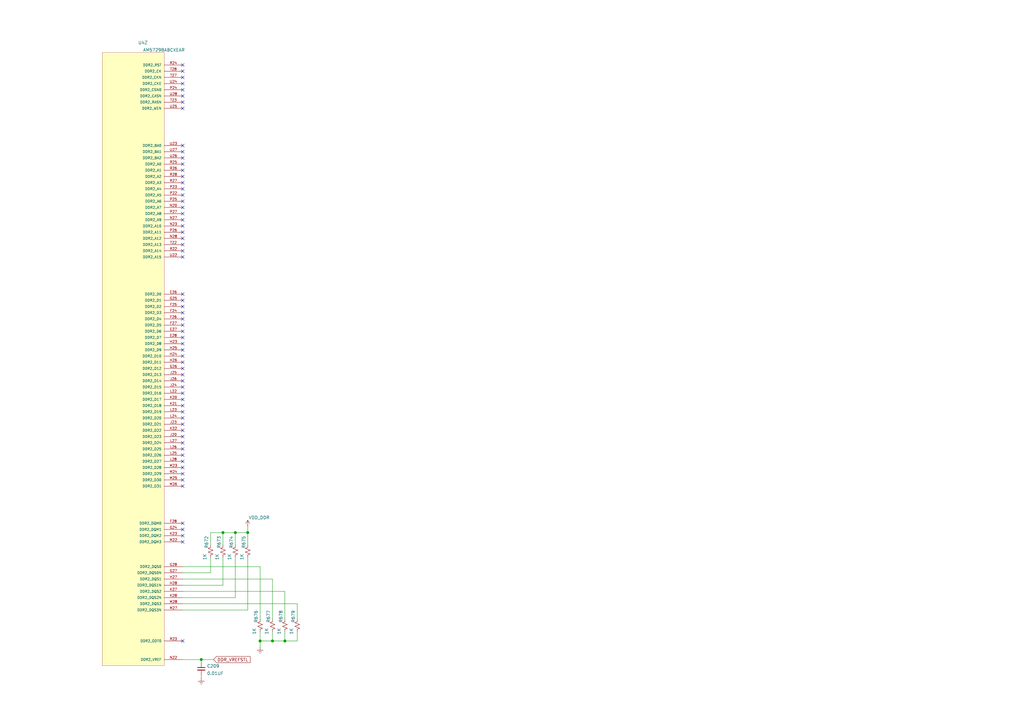
<source format=kicad_sch>
(kicad_sch (version 20210126) (generator eeschema)
  (paper "A3")
  (title_block (title "BeagleBone AI AM57x") (date "2021-01-15") (rev "Kicad-A1") (company "KiCad Services Corporation"))
  (lib_symbols
    (symbol "Device:C_Small" (pin_numbers hide) (pin_names (offset 0.254) hide)
      (property "Reference" "C" (at 0.254 1.778 0))
      (property "Value" "C_Small" (at 0.254 -2.032 0))
      (symbol "C_Small_1_1"
        (pin passive line (at 0 2.54 270) (length 2.032) (name "~") (number "1"))
        (pin passive line (at 0 -2.54 90) (length 2.032) (name "~") (number "2"))
      )
    )
    (symbol "Device:R_Small_US" (pin_numbers hide) (pin_names (offset 0.254) hide)
      (property "Reference" "R" (at 0.762 0.508 0))
      (property "Value" "R_Small_US" (at 0.762 -1.016 0))
      (symbol "R_Small_US_1_1"
        (pin passive line (at 0 2.54 270) (length 1.016) (name "~") (number "1"))
        (pin passive line (at 0 -2.54 90) (length 1.016) (name "~") (number "2"))
      )
    )
    (symbol "beaglebone-ai:AM5729BABCXEAR" (pin_names (offset 1.016))
      (property "Reference" "U" (at -19.05 44.45 0))
      (property "Value" "AM5729BABCXEAR" (at -6.35 44.45 0))
      (symbol "AM5729BABCXEAR_1_0"
        (pin passive line (at 20.32 26.67 180) (length 7.62) (name "XI_OSC0") (number "AE15"))
        (pin passive line (at 20.32 21.59 180) (length 7.62) (name "XO_OSC0") (number "AD15"))
        (pin power_in line (at 20.32 16.51 180) (length 7.62) (name "VSSA_OSC0") (number "AF15"))
        (pin passive line (at 20.32 8.89 180) (length 7.62) (name "XI_OSC1") (number "AC15"))
        (pin passive line (at 20.32 3.81 180) (length 7.62) (name "XO_OSC1") (number "AC13"))
        (pin power_in line (at 20.32 -1.27 180) (length 7.62) (name "VSSA_OSC1") (number "AC14"))
        (pin passive line (at 20.32 -8.89 180) (length 7.62) (name "PORZ") (number "F22"))
        (pin passive line (at 20.32 -16.51 180) (length 7.62) (name "RESETN") (number "E23"))
        (pin passive line (at 20.32 -21.59 180) (length 7.62) (name "RSTOUTN") (number "F23"))
        (pin passive line (at 20.32 -29.21 180) (length 7.62) (name "NMI_DSP") (number "D21"))
      )
      (symbol "AM5729BABCXEAR_2_0"
        (pin passive line (at 19.05 15.24 180) (length 7.62) (name "RTC_OSC_XI") (number "AE14"))
        (pin passive line (at 19.05 12.7 180) (length 7.62) (name "RTC_OSC_XO") (number "AD14"))
        (pin passive line (at 19.05 7.62 180) (length 7.62) (name "RTC_ISO") (number "AF14"))
        (pin passive line (at 19.05 2.54 180) (length 7.62) (name "RTC_PORZ") (number "AB17"))
        (pin passive line (at 19.05 -2.54 180) (length 7.62) (name "ON_OFF") (number "Y11"))
        (pin passive line (at 19.05 -7.62 180) (length 7.62) (name "WAKEUP0") (number "AD17"))
        (pin passive line (at 19.05 -10.16 180) (length 7.62) (name "WAKEUP1") (number "AC17"))
        (pin passive line (at 19.05 -12.7 180) (length 7.62) (name "WAKEUP2") (number "AB16"))
        (pin passive line (at 19.05 -15.24 180) (length 7.62) (name "WAKEUP3") (number "AC16"))
      )
      (symbol "AM5729BABCXEAR_3_0"
        (pin passive line (at 27.94 109.22 180) (length 7.62) (name "DDR1_RST") (number "AG21"))
        (pin passive line (at 27.94 101.6 180) (length 7.62) (name "DDR1_CK") (number "AG24"))
        (pin passive line (at 27.94 99.06 180) (length 7.62) (name "DDR1_CKN") (number "AH24"))
        (pin passive line (at 27.94 96.52 180) (length 7.62) (name "DDR1_CKE") (number "AG22"))
        (pin passive line (at 27.94 93.98 180) (length 7.62) (name "DDR1_CSN0") (number "AH23"))
        (pin passive line (at 27.94 91.44 180) (length 7.62) (name "DDR1_CASN") (number "AC18"))
        (pin passive line (at 27.94 88.9 180) (length 7.62) (name "DDR1_RASN") (number "AF20"))
        (pin passive line (at 27.94 86.36 180) (length 7.62) (name "DDR1_WEN") (number "AH21"))
        (pin passive line (at 27.94 76.2 180) (length 7.62) (name "DDR1_BA0") (number "AF17"))
        (pin passive line (at 27.94 73.66 180) (length 7.62) (name "DDR1_BA1") (number "AE18"))
        (pin passive line (at 27.94 71.12 180) (length 7.62) (name "DDR1_BA2") (number "AB18"))
        (pin passive line (at 27.94 -86.36 180) (length 7.62) (name "DDR1_DQS0") (number "AH25"))
        (pin passive line (at 27.94 -88.9 180) (length 7.62) (name "DDR1_DQS0N") (number "AG25"))
        (pin passive line (at 27.94 -91.44 180) (length 7.62) (name "DDR1_DQS1") (number "AE27"))
        (pin passive line (at 27.94 -93.98 180) (length 7.62) (name "DDR1_DQS1N") (number "AE28"))
        (pin passive line (at 27.94 -96.52 180) (length 7.62) (name "DDR1_DQS2") (number "AD27"))
        (pin passive line (at 27.94 -99.06 180) (length 7.62) (name "DDR1_DQS2N") (number "AD28"))
        (pin passive line (at 27.94 -101.6 180) (length 7.62) (name "DDR1_DQS3") (number "Y28"))
        (pin passive line (at 27.94 -104.14 180) (length 7.62) (name "DDR1_DQS3N") (number "Y27"))
        (pin passive line (at 27.94 -114.3 180) (length 7.62) (name "DDR1_ODT0") (number "AE20"))
        (pin passive line (at 27.94 68.58 180) (length 7.62) (name "DDR1_A0") (number "AD20"))
        (pin passive line (at 27.94 66.04 180) (length 7.62) (name "DDR1_A1") (number "AC19"))
        (pin passive line (at 27.94 63.5 180) (length 7.62) (name "DDR1_A2") (number "AC20"))
        (pin passive line (at 27.94 60.96 180) (length 7.62) (name "DDR1_A3") (number "AB19"))
        (pin passive line (at 27.94 58.42 180) (length 7.62) (name "DDR1_A4") (number "AF21"))
        (pin passive line (at 27.94 55.88 180) (length 7.62) (name "DDR1_A5") (number "AH22"))
        (pin passive line (at 27.94 53.34 180) (length 7.62) (name "DDR1_A6") (number "AG23"))
        (pin passive line (at 27.94 50.8 180) (length 7.62) (name "DDR1_A7") (number "AE21"))
        (pin passive line (at 27.94 48.26 180) (length 7.62) (name "DDR1_A8") (number "AF22"))
        (pin passive line (at 27.94 45.72 180) (length 7.62) (name "DDR1_A9") (number "AE22"))
        (pin passive line (at 27.94 43.18 180) (length 7.62) (name "DDR1_A10") (number "AD21"))
        (pin passive line (at 27.94 40.64 180) (length 7.62) (name "DDR1_A11") (number "AD22"))
        (pin passive line (at 27.94 38.1 180) (length 7.62) (name "DDR1_A12") (number "AC21"))
        (pin passive line (at 27.94 35.56 180) (length 7.62) (name "DDR1_A13") (number "AF18"))
        (pin passive line (at 27.94 33.02 180) (length 7.62) (name "DDR1_A14") (number "AE17"))
        (pin passive line (at 27.94 30.48 180) (length 7.62) (name "DDR1_A15") (number "AD18"))
        (pin passive line (at 27.94 20.32 180) (length 7.62) (name "DDR1_D0") (number "AF25"))
        (pin passive line (at 27.94 17.78 180) (length 7.62) (name "DDR1_D1") (number "AF26"))
        (pin passive line (at 27.94 15.24 180) (length 7.62) (name "DDR1_D2") (number "AG26"))
        (pin passive line (at 27.94 12.7 180) (length 7.62) (name "DDR1_D3") (number "AH26"))
        (pin passive line (at 27.94 10.16 180) (length 7.62) (name "DDR1_D4") (number "AF24"))
        (pin passive line (at 27.94 7.62 180) (length 7.62) (name "DDR1_D5") (number "AE24"))
        (pin passive line (at 27.94 5.08 180) (length 7.62) (name "DDR1_D6") (number "AF23"))
        (pin passive line (at 27.94 2.54 180) (length 7.62) (name "DDR1_D7") (number "AE23"))
        (pin passive line (at 27.94 0 180) (length 7.62) (name "DDR1_D8") (number "AC23"))
        (pin passive line (at 27.94 -2.54 180) (length 7.62) (name "DDR1_D9") (number "AF27"))
        (pin tri_state line (at 27.94 -5.08 180) (length 7.62) (name "DDR1_D10") (number "AG27"))
        (pin passive line (at 27.94 -7.62 180) (length 7.62) (name "DDR1_D11") (number "AF28"))
        (pin passive line (at 27.94 -10.16 180) (length 7.62) (name "DDR1_D12") (number "AE26"))
        (pin passive line (at 27.94 -12.7 180) (length 7.62) (name "DDR1_D13") (number "AC25"))
        (pin passive line (at 27.94 -15.24 180) (length 7.62) (name "DDR1_D14") (number "AC24"))
        (pin passive line (at 27.94 -17.78 180) (length 7.62) (name "DDR1_D15") (number "AD25"))
        (pin tri_state line (at 27.94 -20.32 180) (length 7.62) (name "DDR1_D16") (number "V20"))
        (pin passive line (at 27.94 -22.86 180) (length 7.62) (name "DDR1_D17") (number "W20"))
        (pin passive line (at 27.94 -25.4 180) (length 7.62) (name "DDR1_D18") (number "AB28"))
        (pin passive line (at 27.94 -27.94 180) (length 7.62) (name "DDR1_D19") (number "AC28"))
        (pin passive line (at 27.94 -30.48 180) (length 7.62) (name "DDR1_D20") (number "AC27"))
        (pin passive line (at 27.94 -33.02 180) (length 7.62) (name "DDR1_D21") (number "Y19"))
        (pin passive line (at 27.94 -35.56 180) (length 7.62) (name "DDR1_D22") (number "AB27"))
        (pin passive line (at 27.94 -38.1 180) (length 7.62) (name "DDR1_D23") (number "Y20"))
        (pin passive line (at 27.94 -40.64 180) (length 7.62) (name "DDR1_D24") (number "AA23"))
        (pin passive line (at 27.94 -43.18 180) (length 7.62) (name "DDR1_D25") (number "Y22"))
        (pin passive line (at 27.94 -45.72 180) (length 7.62) (name "DDR1_D26") (number "Y23"))
        (pin passive line (at 27.94 -48.26 180) (length 7.62) (name "DDR1_D27") (number "AA24"))
        (pin passive line (at 27.94 -50.8 180) (length 7.62) (name "DDR1_D28") (number "Y24"))
        (pin passive line (at 27.94 -53.34 180) (length 7.62) (name "DDR1_D29") (number "AA26"))
        (pin passive line (at 27.94 -55.88 180) (length 7.62) (name "DDR1_D30") (number "AA25"))
        (pin passive line (at 27.94 -58.42 180) (length 7.62) (name "DDR1_D31") (number "AA28"))
        (pin passive line (at 27.94 -68.58 180) (length 7.62) (name "DDR1_DQM0") (number "AD23"))
        (pin passive line (at 27.94 -71.12 180) (length 7.62) (name "DDR1_DQM1") (number "AB23"))
        (pin passive line (at 27.94 -73.66 180) (length 7.62) (name "DDR1_DQM2") (number "AC26"))
        (pin passive line (at 27.94 -76.2 180) (length 7.62) (name "DDR1_DQM3") (number "AA27"))
        (pin passive line (at 27.94 -121.92 180) (length 7.62) (name "DDR1_VREF") (number "Y18"))
        (pin passive line (at -25.4 -10.16 0) (length 7.62) (name "DDR1_ECC_DQSN") (number "V28"))
        (pin passive line (at -25.4 -7.62 0) (length 7.62) (name "DDR1_ECC_DQS") (number "V27"))
        (pin passive line (at -25.4 0 0) (length 7.62) (name "DDR1_ECC_DQM") (number "V26"))
        (pin passive line (at -25.4 7.62 0) (length 7.62) (name "DDR1_ECC_D7") (number "Y26"))
        (pin passive line (at -25.4 10.16 0) (length 7.62) (name "DDR1_ECC_D6") (number "V25"))
        (pin passive line (at -25.4 12.7 0) (length 7.62) (name "DDR1_ECC_D5") (number "V24"))
        (pin passive line (at -25.4 15.24 0) (length 7.62) (name "DDR1_ECC_D4") (number "Y25"))
        (pin passive line (at -25.4 17.78 0) (length 7.62) (name "DDR1_ECC_D3") (number "W23"))
        (pin passive line (at -25.4 20.32 0) (length 7.62) (name "DDR1_ECC_D2") (number "W19"))
        (pin passive line (at -25.4 22.86 0) (length 7.62) (name "DDR1_ECC_D1") (number "V23"))
        (pin passive line (at -25.4 25.4 0) (length 7.62) (name "DDR1_ECC_D0") (number "W22"))
      )
      (symbol "AM5729BABCXEAR_4_0"
        (pin passive line (at 25.4 8.89 180) (length 7.62) (name "GPMC_A18/QSPI1_SCLK") (number "R2"))
        (pin passive line (at 25.4 6.35 180) (length 7.62) (name "GPMC_A13/QSPI_RTCLK") (number "R3"))
        (pin passive line (at 25.4 3.81 180) (length 7.62) (name "GPMC_CS2/QSPI1_CS0") (number "P2"))
        (pin passive line (at 25.4 -3.81 180) (length 7.62) (name "GPMC_A16/QSPI1_D0") (number "U1"))
        (pin passive line (at 25.4 -6.35 180) (length 7.62) (name "GPMC_A17/QSPI1_D1") (number "P3"))
        (pin passive line (at 25.4 -8.89 180) (length 7.62) (name "GPMC_A15/QSPI_D2") (number "U2"))
        (pin passive line (at 25.4 -11.43 180) (length 7.62) (name "GPMC_A14/QSPI_D3") (number "T2"))
      )
      (symbol "AM5729BABCXEAR_5_0"
        (pin passive line (at 27.94 15.24 180) (length 7.62) (name "GPMC_A23/MMC2_CLK") (number "J7"))
        (pin passive line (at 27.94 12.7 180) (length 7.62) (name "GPMC_CS1/MMC2_CMD") (number "H6"))
        (pin passive line (at 27.94 5.08 180) (length 7.62) (name "GPMC_A24/MMC2_DAT0") (number "J4"))
        (pin passive line (at 27.94 2.54 180) (length 7.62) (name "GPMC_A25/MMC2_DAT1") (number "J6"))
        (pin passive line (at 27.94 0 180) (length 7.62) (name "GPMC_A26/MMC2_DAT2") (number "H4"))
        (pin passive line (at 27.94 -2.54 180) (length 7.62) (name "GPMC_A27/MMC2_DAT3") (number "H5"))
        (pin passive line (at 27.94 -5.08 180) (length 7.62) (name "GPMC_A19/MMC2_DAT4") (number "K7"))
        (pin passive line (at 27.94 -7.62 180) (length 7.62) (name "GPMC_A20/MMC2_DAT5") (number "M7"))
        (pin passive line (at 27.94 -10.16 180) (length 7.62) (name "GPMC_A21/MMC2_DAT6") (number "J5"))
        (pin passive line (at 27.94 -12.7 180) (length 7.62) (name "GPMC_A22/MMC2_DAT7") (number "K6"))
      )
      (symbol "AM5729BABCXEAR_6_0"
        (pin passive line (at 19.05 22.86 180) (length 7.62) (name "RGMII0_TXC") (number "W9"))
        (pin passive line (at 19.05 20.32 180) (length 7.62) (name "RGMII0_TXCTL") (number "V9"))
        (pin passive line (at 19.05 12.7 180) (length 7.62) (name "RGMII0_TXD0") (number "U6"))
        (pin passive line (at 19.05 10.16 180) (length 7.62) (name "RGMII0_TXD1") (number "V6"))
        (pin passive line (at 19.05 7.62 180) (length 7.62) (name "RGMII0_TXD2") (number "U7"))
        (pin passive line (at 19.05 5.08 180) (length 7.62) (name "RGMII0_TXD3") (number "V7"))
        (pin passive line (at 19.05 -2.54 180) (length 7.62) (name "RGMII0_RXC") (number "U5"))
        (pin passive line (at 19.05 -5.08 180) (length 7.62) (name "RGMII0_RXCTL") (number "V5"))
        (pin passive line (at 19.05 -12.7 180) (length 7.62) (name "RGMII0_RXD0") (number "W2"))
        (pin passive line (at 19.05 -15.24 180) (length 7.62) (name "RGMII0_RXD1") (number "Y2"))
        (pin passive line (at 19.05 -17.78 180) (length 7.62) (name "RGMII0_RXD2") (number "V3"))
        (pin passive line (at 19.05 -20.32 180) (length 7.62) (name "RGMII0_RXD3") (number "V4"))
        (pin passive line (at 19.05 -27.94 180) (length 7.62) (name "MDIO_MCLK") (number "V1"))
        (pin passive line (at 19.05 -30.48 180) (length 7.62) (name "MDIO_D") (number "U4"))
      )
      (symbol "AM5729BABCXEAR_7_0"
        (pin passive line (at 26.67 20.32 180) (length 7.62) (name "VIN2A_D12/RGMII1_TXC") (number "D5"))
        (pin passive line (at 26.67 17.78 180) (length 7.62) (name "VIN2A_D13/RGMII1_TXCTL") (number "C2"))
        (pin passive line (at 26.67 10.16 180) (length 7.62) (name "VIN2A_D17/RGMII1_TXD0") (number "D6"))
        (pin passive line (at 26.67 7.62 180) (length 7.62) (name "VIN2A_D16/RGMII1_TXD1") (number "B2"))
        (pin passive line (at 26.67 5.08 180) (length 7.62) (name "VIN2A_D15/RGMII1_TXD2") (number "C4"))
        (pin passive line (at 26.67 2.54 180) (length 7.62) (name "VIN2A_D14/RGMII1_TXD3") (number "C3"))
        (pin passive line (at 26.67 -5.08 180) (length 7.62) (name "VIN2A_D18/RGMII1_RXC") (number "C5"))
        (pin passive line (at 26.67 -7.62 180) (length 7.62) (name "VIN2A_D19/RGMII1_RXCTL") (number "A3"))
        (pin passive line (at 26.67 -15.24 180) (length 7.62) (name "VIN2A_D23/RGMII1_RXD0") (number "A4"))
        (pin passive line (at 26.67 -17.78 180) (length 7.62) (name "VIN2A_D22/RGMII1_RXD1") (number "B5"))
        (pin passive line (at 26.67 -20.32 180) (length 7.62) (name "VIN2A_D21/RGMII1_RXD2") (number "B4"))
        (pin passive line (at 26.67 -22.86 180) (length 7.62) (name "VIN2A_D20/RGMII1_RXD3") (number "B3"))
      )
      (symbol "AM5729BABCXEAR_8_0"
        (pin passive line (at 27.94 17.78 180) (length 7.62) (name "HDMI1_CLOCKX") (number "AG16"))
        (pin passive line (at 27.94 15.24 180) (length 7.62) (name "HDMI1_CLOCKY") (number "AH16"))
        (pin passive line (at 27.94 7.62 180) (length 7.62) (name "HDMI1_DATA0X") (number "AG17"))
        (pin passive line (at 27.94 5.08 180) (length 7.62) (name "HDMI1_DATA0Y") (number "AH17"))
        (pin passive line (at 27.94 2.54 180) (length 7.62) (name "HDMI1_DATA1X") (number "AG18"))
        (pin passive line (at 27.94 0 180) (length 7.62) (name "HDMI1_DATA1Y") (number "AH18"))
        (pin passive line (at 27.94 -2.54 180) (length 7.62) (name "HDMI1_DATA2X") (number "AG19"))
        (pin passive line (at 27.94 -5.08 180) (length 7.62) (name "HDMI1_DATA2Y") (number "AH19"))
        (pin passive line (at 27.94 -12.7 180) (length 7.62) (name "I2C2_SCL/HDMI1_DDC_SDA") (number "C25"))
        (pin passive line (at 27.94 -15.24 180) (length 7.62) (name "I2C2_SDA/HDMI1_DDC_SCL") (number "F17"))
        (pin passive line (at 27.94 -22.86 180) (length 7.62) (name "SPI1_CS2/HDMI_HPD") (number "B21"))
        (pin passive line (at 27.94 -25.4 180) (length 7.62) (name "SPI1_CS3/HDMI_CEC") (number "B20"))
      )
      (symbol "AM5729BABCXEAR_9_0"
        (pin passive line (at 26.67 1.27 180) (length 7.62) (name "UART2_RTSN/UART3_TXD") (number "C28"))
        (pin passive line (at 26.67 -1.27 180) (length 7.62) (name "UART2_CTSN/UART3_RXD") (number "D27"))
      )
      (symbol "AM5729BABCXEAR_10_0"
        (pin passive line (at 27.94 8.89 180) (length 7.62) (name "VIN2A_D1/PR1_UART0_TXD") (number "F3"))
        (pin passive line (at 27.94 6.35 180) (length 7.62) (name "VIN2A_D0/PR1_UART0_RXD") (number "F2"))
        (pin passive line (at 27.94 -3.81 180) (length 7.62) (name "VIN2A_D5/PR1_PRU1_R30_2") (number "F4"))
        (pin passive line (at 27.94 -13.97 180) (length 7.62) (name "RMII50MHZCLK/PR2_GPIO") (number "U3"))
      )
      (symbol "AM5729BABCXEAR_11_0"
        (pin passive line (at 30.48 1.27 180) (length 7.62) (name "UART3_TXD/PR1_MII0_MR0CLK") (number "Y1"))
        (pin passive line (at 30.48 -1.27 180) (length 7.62) (name "UART3_RXD/PR1_MII0_RXDV") (number "V2"))
      )
      (symbol "AM5729BABCXEAR_12_0"
        (pin passive line (at 30.48 11.43 180) (length 7.62) (name "VIN2A_D6/PR1_MII_MT1_CLK") (number "C1"))
        (pin passive line (at 30.48 8.89 180) (length 7.62) (name "VIN2A_D7/PR1_MII1_TXEN") (number "E4"))
        (pin passive line (at 30.48 1.27 180) (length 7.62) (name "VIN2A_D9/PR1_MII1_TXD2") (number "E6"))
        (pin passive line (at 30.48 -1.27 180) (length 7.62) (name "VIN2A_D8/PR1_MII1_TXD3") (number "F5"))
        (pin passive line (at 30.48 -8.89 180) (length 7.62) (name "VIN2A_D10/PR1_MDIO_MDCLK") (number "D3"))
        (pin passive line (at 30.48 -11.43 180) (length 7.62) (name "VIN2A_D11/PR1_MDIO_DATA") (number "F6"))
      )
      (symbol "AM5729BABCXEAR_13_0"
        (pin passive line (at 33.02 27.94 180) (length 7.62) (name "MCASP1_AXR1/PR2_MII_MT0_CLK") (number "F12"))
        (pin passive line (at 33.02 25.4 180) (length 7.62) (name "MCASP1_AXR8/PR2_MII0_TXEN") (number "B12"))
        (pin passive line (at 33.02 17.78 180) (length 7.62) (name "MCASP1_AXR12/PR2_MII0_TXD0") (number "E14"))
        (pin passive line (at 33.02 15.24 180) (length 7.62) (name "MCASP1_AXR11/PR2_MII0_TXD1") (number "A12"))
        (pin passive line (at 33.02 12.7 180) (length 7.62) (name "MCASP1_AXR10/PR2_MII0_TXD2") (number "B13"))
        (pin passive line (at 33.02 10.16 180) (length 7.62) (name "MCASP1_AXR9/PR2_MII0_TXD3") (number "A11"))
        (pin passive line (at 33.02 2.54 180) (length 7.62) (name "MCASP1_AXR13/PR2_MII_MR0_CLK") (number "A13"))
        (pin passive line (at 33.02 0 180) (length 7.62) (name "MCASP1_AXR14/PR2_MII0_RXDV") (number "G14"))
        (pin passive line (at 33.02 -2.54 180) (length 7.62) (name "MCASP1_AXR0/PR2_MII0_RXER") (number "G12"))
        (pin passive line (at 33.02 -10.16 180) (length 7.62) (name "MCASP2_AXR2/PR2_MII0_RXD0") (number "C15"))
        (pin passive line (at 33.02 -12.7 180) (length 7.62) (name "MCASP2_FSX/PR2_MII0_RXD1") (number "A18"))
        (pin passive line (at 33.02 -15.24 180) (length 7.62) (name "MCASP2_ACLKX/PR2_MII0_RXD2") (number "A19"))
        (pin passive line (at 33.02 -17.78 180) (length 7.62) (name "MCASP1_AXR15/PR2_MII0_RXD3") (number "F14"))
        (pin passive line (at 33.02 -25.4 180) (length 7.62) (name "MCASP3_ACLKX/PR2_MII0_CRS") (number "B18"))
        (pin passive line (at 33.02 -27.94 180) (length 7.62) (name "MCASP3_FSX/PR2_MII0_COL") (number "F15"))
        (pin passive line (at 33.02 -30.48 180) (length 7.62) (name "MCASP2_AXR3/PR2_MII0_RXLINK") (number "A16"))
        (pin passive line (at 33.02 -38.1 180) (length 7.62) (name "MCASP1_ACLKX/PR2_MDIO_MDCLK") (number "C14"))
        (pin passive line (at 33.02 -40.64 180) (length 7.62) (name "MCASP1_FSX/PR2_MDIO_DATA") (number "D14"))
      )
      (symbol "AM5729BABCXEAR_14_0"
        (pin passive line (at 31.75 25.4 180) (length 7.62) (name "GPIO6_10/PR2_MII_MT1_CLK") (number "AC5"))
        (pin passive line (at 31.75 22.86 180) (length 7.62) (name "GPIO6_11/PR2_MII1_TXEN") (number "AB4"))
        (pin passive line (at 31.75 15.24 180) (length 7.62) (name "MMC3_DAT1/PR2_MII1_TXD0") (number "AC6"))
        (pin passive line (at 31.75 12.7 180) (length 7.62) (name "MMC3_DAT0/PR2_MII1_TXD1") (number "AC7"))
        (pin passive line (at 31.75 10.16 180) (length 7.62) (name "MMC3_CMD/PR2_MII1_TXD2") (number "AC4"))
        (pin passive line (at 31.75 7.62 180) (length 7.62) (name "MMC3_CLK/PR2_MII1_TXD3") (number "AD4"))
        (pin passive line (at 31.75 0 180) (length 7.62) (name "MMC3_DAT2/PR2_MII_MR1_CLK") (number "AC9"))
        (pin passive line (at 31.75 -2.54 180) (length 7.62) (name "MMC3_DAT3/PR2_MII1_RXDV") (number "AC3"))
        (pin passive line (at 31.75 -5.08 180) (length 7.62) (name "MCASP3_AXR0/PR2_MII1_RXER") (number "B19"))
        (pin passive line (at 31.75 -12.7 180) (length 7.62) (name "MMC3_DAT7/PR2_MII1_RXD0") (number "AB5"))
        (pin passive line (at 31.75 -15.24 180) (length 7.62) (name "MMC3_DAT6/PR2_MII1_RXD1") (number "AB8"))
        (pin passive line (at 31.75 -17.78 180) (length 7.62) (name "MMC3_DAT5/PR2_MII1_RXD2") (number "AD6"))
        (pin passive line (at 31.75 -20.32 180) (length 7.62) (name "MMC3_DAT4/PR2_MII1_RXD3") (number "AC8"))
        (pin passive line (at 31.75 -27.94 180) (length 7.62) (name "XREF_CLK1/PR2_MII1_CRS") (number "E17"))
        (pin passive line (at 31.75 -30.48 180) (length 7.62) (name "XREF_CLK0/PR2_MII1_COL") (number "D18"))
        (pin passive line (at 31.75 -33.02 180) (length 7.62) (name "MCASP3_AXR1/PR2_MII1_RXLINK") (number "C17"))
      )
      (symbol "AM5729BABCXEAR_15_0"
        (pin passive line (at 19.05 12.7 180) (length 7.62) (name "MMC1_CLK") (number "W6"))
        (pin passive line (at 19.05 10.16 180) (length 7.62) (name "MMC1_CMD") (number "Y6"))
        (pin passive line (at 19.05 5.08 180) (length 7.62) (name "MMC1_DAT0") (number "AA6"))
        (pin passive line (at 19.05 2.54 180) (length 7.62) (name "MMC1_DAT1") (number "Y4"))
        (pin passive line (at 19.05 0 180) (length 7.62) (name "MMC1_DAT2") (number "AA5"))
        (pin passive line (at 19.05 -2.54 180) (length 7.62) (name "MMC1_DAT3") (number "Y3"))
        (pin passive line (at 19.05 -7.62 180) (length 7.62) (name "MMC1_SDCD") (number "W7"))
        (pin passive line (at 19.05 -12.7 180) (length 7.62) (name "MMC1_SDWP") (number "Y9"))
      )
      (symbol "AM5729BABCXEAR_16_0"
        (pin passive line (at 20.32 7.62 180) (length 7.62) (name "LJCB_CLKP") (number "AG15"))
        (pin passive line (at 20.32 5.08 180) (length 7.62) (name "LJCB_CLKN") (number "AH15"))
        (pin passive line (at 20.32 0 180) (length 7.62) (name "PCIE_TXP0") (number "AH14"))
        (pin passive line (at 20.32 -2.54 180) (length 7.62) (name "PCIE_TXN0") (number "AG14"))
        (pin passive line (at 20.32 -7.62 180) (length 7.62) (name "PCIE_RXP0") (number "AH13"))
        (pin passive line (at 20.32 -10.16 180) (length 7.62) (name "PCIE_RXN0") (number "AG13"))
      )
      (symbol "AM5729BABCXEAR_17_0"
        (pin passive line (at 19.05 10.16 180) (length 7.62) (name "USB1_DP") (number "AD12"))
        (pin passive line (at 19.05 7.62 180) (length 7.62) (name "USB1_DM") (number "AC12"))
        (pin passive line (at 19.05 2.54 180) (length 7.62) (name "USB1_DRVVBUS") (number "AB10"))
        (pin passive line (at 19.05 -2.54 180) (length 7.62) (name "USB_RXN0") (number "AF12"))
        (pin passive line (at 19.05 -5.08 180) (length 7.62) (name "USB_RXP0") (number "AE12"))
        (pin passive line (at 19.05 -10.16 180) (length 7.62) (name "USB_TXN0") (number "AC11"))
        (pin passive line (at 19.05 -12.7 180) (length 7.62) (name "USB_TXP0") (number "AD11"))
      )
      (symbol "AM5729BABCXEAR_18_0"
        (pin passive line (at 19.05 1.27 180) (length 7.62) (name "I2C1_SCL") (number "C20"))
        (pin passive line (at 19.05 -1.27 180) (length 7.62) (name "I2C1_SDA") (number "C21"))
      )
      (symbol "AM5729BABCXEAR_19_0"
        (pin passive line (at 15.24 10.16 180) (length 7.62) (name "TCK") (number "E20"))
        (pin passive line (at 15.24 7.62 180) (length 7.62) (name "RTCK") (number "E18"))
        (pin passive line (at 15.24 5.08 180) (length 7.62) (name "TMS") (number "F18"))
        (pin passive line (at 15.24 0 180) (length 7.62) (name "TDI") (number "D23"))
        (pin passive line (at 15.24 -2.54 180) (length 7.62) (name "TDO") (number "F19"))
        (pin passive line (at 15.24 -7.62 180) (length 7.62) (name "TRSTN") (number "D20"))
        (pin passive line (at 15.24 -12.7 180) (length 7.62) (name "EMU0") (number "G21"))
        (pin passive line (at 15.24 -15.24 180) (length 7.62) (name "EMU1") (number "D24"))
      )
      (symbol "AM5729BABCXEAR_20_0"
        (pin passive line (at 25.4 40.64 180) (length 7.62) (name "VOUT1_CLK") (number "D11"))
        (pin passive line (at 25.4 33.02 180) (length 7.62) (name "VOUT1_VSYNC") (number "E11"))
        (pin passive line (at 25.4 30.48 180) (length 7.62) (name "VOUT1_HSYNC") (number "C11"))
        (pin passive line (at 25.4 27.94 180) (length 7.62) (name "VOUT1_DE") (number "B10"))
        (pin passive line (at 25.4 20.32 180) (length 7.62) (name "VOUT1_D0") (number "F11"))
        (pin passive line (at 25.4 17.78 180) (length 7.62) (name "VOUT1_D1") (number "G10"))
        (pin passive line (at 25.4 15.24 180) (length 7.62) (name "VOUT1_D2") (number "F10"))
        (pin passive line (at 25.4 12.7 180) (length 7.62) (name "VOUT1_D3") (number "G11"))
        (pin passive line (at 25.4 10.16 180) (length 7.62) (name "VOUT1_D4") (number "E9"))
        (pin passive line (at 25.4 7.62 180) (length 7.62) (name "VOUT1_D5") (number "F9"))
        (pin passive line (at 25.4 5.08 180) (length 7.62) (name "VOUT1_D6") (number "F8"))
        (pin passive line (at 25.4 2.54 180) (length 7.62) (name "VOUT1_D7") (number "E7"))
        (pin passive line (at 25.4 0 180) (length 7.62) (name "VOUT1_D8") (number "E8"))
        (pin passive line (at 25.4 -2.54 180) (length 7.62) (name "VOUT1_D9") (number "D9"))
        (pin passive line (at 25.4 -5.08 180) (length 7.62) (name "VOUT1_D10") (number "D7"))
        (pin passive line (at 25.4 -7.62 180) (length 7.62) (name "VOUT1_D11") (number "D8"))
        (pin passive line (at 25.4 -10.16 180) (length 7.62) (name "VOUT1_D12") (number "A5"))
        (pin passive line (at 25.4 -12.7 180) (length 7.62) (name "VOUT1_D13") (number "C6"))
        (pin passive line (at 25.4 -15.24 180) (length 7.62) (name "VOUT1_D14") (number "C8"))
        (pin passive line (at 25.4 -17.78 180) (length 7.62) (name "VOUT1_D15") (number "C7"))
        (pin passive line (at 25.4 -20.32 180) (length 7.62) (name "VOUT1_D16") (number "B7"))
        (pin passive line (at 25.4 -22.86 180) (length 7.62) (name "VOUT1_D17") (number "B8"))
        (pin passive line (at 25.4 -25.4 180) (length 7.62) (name "VOUT1_D18") (number "A7"))
        (pin passive line (at 25.4 -27.94 180) (length 7.62) (name "VOUT1_D19") (number "A8"))
        (pin passive line (at 25.4 -30.48 180) (length 7.62) (name "VOUT1_D20") (number "C9"))
        (pin passive line (at 25.4 -33.02 180) (length 7.62) (name "VOUT1_D21") (number "A9"))
        (pin passive line (at 25.4 -35.56 180) (length 7.62) (name "VOUT1_D22") (number "B9"))
        (pin passive line (at 25.4 -38.1 180) (length 7.62) (name "VOUT1_D23") (number "A10"))
        (pin passive line (at 25.4 -45.72 180) (length 7.62) (name "VIN2A_D2/ECAP1_IN_PWM1") (number "D1"))
      )
      (symbol "AM5729BABCXEAR_21_0"
        (pin passive line (at 27.94 6.35 180) (length 7.62) (name "MCASP4_ACLKX/SPI3_SCLK") (number "C18"))
        (pin passive line (at 27.94 1.27 180) (length 7.62) (name "VIN1A_D15/GPIO") (number "AF4"))
        (pin passive line (at 27.94 -1.27 180) (length 7.62) (name "MCASP4_FSX/SPI3_D1") (number "A21"))
        (pin passive line (at 27.94 -6.35 180) (length 7.62) (name "MCASP4_AXR1/SPI3_CS0") (number "D17"))
      )
      (symbol "AM5729BABCXEAR_22_0"
        (pin passive line (at 33.02 87.63 180) (length 7.62) (name "GPMC_AD0/GPIO") (number "M6"))
        (pin passive line (at 33.02 85.09 180) (length 7.62) (name "GPMC_AD1/GPIO") (number "M2"))
        (pin passive line (at 33.02 82.55 180) (length 7.62) (name "GPMC_AD2/GPIO") (number "L5"))
        (pin passive line (at 33.02 80.01 180) (length 7.62) (name "GPMC_AD3/GPIO") (number "M1"))
        (pin passive line (at 33.02 77.47 180) (length 7.62) (name "GPMC_AD4/GPIO") (number "L6"))
        (pin passive line (at 33.02 74.93 180) (length 7.62) (name "GPMC_AD5/GPIO") (number "L4"))
        (pin passive line (at 33.02 72.39 180) (length 7.62) (name "GPMC_AD6/GPIO") (number "L3"))
        (pin passive line (at 33.02 69.85 180) (length 7.62) (name "GPMC_AD7/GPIO") (number "L2"))
        (pin passive line (at 33.02 67.31 180) (length 7.62) (name "GPMC_AD8") (number "L1"))
        (pin passive line (at 33.02 64.77 180) (length 7.62) (name "GPMC_AD9") (number "K2"))
        (pin passive line (at 33.02 62.23 180) (length 7.62) (name "GPMC_AD10") (number "J1"))
        (pin passive line (at 33.02 59.69 180) (length 7.62) (name "GPMC_AD11") (number "J2"))
        (pin passive line (at 33.02 57.15 180) (length 7.62) (name "GPMC_AD12") (number "H1"))
        (pin passive line (at 33.02 54.61 180) (length 7.62) (name "GPMC_AD13") (number "J3"))
        (pin passive line (at 33.02 52.07 180) (length 7.62) (name "GPMC_AD14") (number "H2"))
        (pin passive line (at 33.02 49.53 180) (length 7.62) (name "GPMC_AD15") (number "H3"))
        (pin passive line (at 33.02 39.37 180) (length 7.62) (name "GPMC_CS0") (number "T1"))
        (pin passive line (at 33.02 36.83 180) (length 7.62) (name "GPMC_CS3/GPIO") (number "P1"))
        (pin passive line (at 33.02 34.29 180) (length 7.62) (name "GPMC_CLK") (number "P7"))
        (pin passive line (at 33.02 31.75 180) (length 7.62) (name "GPMC_ADVN_ALE") (number "N1"))
        (pin passive line (at 33.02 29.21 180) (length 7.62) (name "GPMC_OEN_REN") (number "M5"))
        (pin passive line (at 33.02 26.67 180) (length 7.62) (name "GPMC_WEN") (number "M3"))
        (pin passive line (at 33.02 24.13 180) (length 7.62) (name "GPMC_BEN0") (number "N6"))
        (pin passive line (at 33.02 21.59 180) (length 7.62) (name "GPMC_BEN1") (number "M4"))
        (pin passive line (at 33.02 19.05 180) (length 7.62) (name "GPMC_WAIT0") (number "N2"))
        (pin passive line (at 33.02 6.35 180) (length 7.62) (name "MCASP1_ACLKR") (number "B14"))
        (pin passive line (at 33.02 3.81 180) (length 7.62) (name "MCASP1_FSR") (number "J14"))
        (pin passive line (at 33.02 1.27 180) (length 7.62) (name "MCASP1_AXR2") (number "G13"))
        (pin passive line (at 33.02 -1.27 180) (length 7.62) (name "MCASP1_AXR3") (number "J11"))
        (pin passive line (at 33.02 -3.81 180) (length 7.62) (name "MCASP1_AXR4") (number "E12"))
        (pin passive line (at 33.02 -6.35 180) (length 7.62) (name "MCASP1_AXR5") (number "F13"))
        (pin passive line (at 33.02 -8.89 180) (length 7.62) (name "MCASP1_AXR6") (number "C12"))
        (pin passive line (at 33.02 -11.43 180) (length 7.62) (name "MCASP1_AXR7") (number "D12"))
        (pin passive line (at 33.02 -24.13 180) (length 7.62) (name "MCASP2_ACLKR") (number "E15"))
        (pin passive line (at 33.02 -26.67 180) (length 7.62) (name "MCASP2_FSR") (number "A20"))
        (pin passive line (at 33.02 -29.21 180) (length 7.62) (name "MCASP2_AXR0") (number "B15"))
        (pin passive line (at 33.02 -31.75 180) (length 7.62) (name "MCASP2_AXR1") (number "A15"))
        (pin passive line (at 33.02 -34.29 180) (length 7.62) (name "MCASP2_AXR4") (number "D15"))
        (pin passive line (at 33.02 -36.83 180) (length 7.62) (name "MCASP2_AXR5") (number "B16"))
        (pin passive line (at 33.02 -39.37 180) (length 7.62) (name "MCASP2_AXR6") (number "B17"))
        (pin passive line (at 33.02 -41.91 180) (length 7.62) (name "MCASP2_AXR7") (number "A17"))
        (pin passive line (at 33.02 -44.45 180) (length 7.62) (name "MCASP5_AXR0/GPIO") (number "AB3"))
        (pin passive line (at 33.02 -46.99 180) (length 7.62) (name "MCASP5_AXR1/GPIO") (number "AA4"))
        (pin passive line (at 33.02 -49.53 180) (length 7.62) (name "PCIE_TXP1") (number "AH12"))
        (pin passive line (at 33.02 -52.07 180) (length 7.62) (name "PCIE_TXN1") (number "AG12"))
        (pin passive line (at 33.02 -54.61 180) (length 7.62) (name "PCIE_RXP1") (number "AH11"))
        (pin passive line (at 33.02 -57.15 180) (length 7.62) (name "PCIE_RXN1") (number "AG11"))
        (pin passive line (at 33.02 -59.69 180) (length 7.62) (name "GPIO6_14") (number "E21"))
        (pin passive line (at 33.02 -62.23 180) (length 7.62) (name "GPIO6_15") (number "F20"))
        (pin passive line (at 33.02 -64.77 180) (length 7.62) (name "GPIO6_16") (number "F21"))
        (pin passive line (at 33.02 -74.93 180) (length 7.62) (name "XREF_CLK2") (number "B26"))
        (pin passive line (at 33.02 -82.55 180) (length 7.62) (name "SPI1_SCLK") (number "A25"))
        (pin passive line (at 33.02 -85.09 180) (length 7.62) (name "SPI1_D0") (number "B25"))
        (pin passive line (at 33.02 -87.63 180) (length 7.62) (name "SPI1_D1") (number "F16"))
        (pin passive line (at 33.02 -90.17 180) (length 7.62) (name "SPI1_CS0") (number "A24"))
        (pin passive line (at 33.02 -92.71 180) (length 7.62) (name "SPI1_CS1") (number "A22"))
        (pin passive line (at -35.56 -92.71 0) (length 7.62) (name "UART1_CTSN/GPIO") (number "E25"))
        (pin passive line (at -35.56 -90.17 0) (length 7.62) (name "UART1_RTSN/GPIO") (number "C27"))
        (pin passive line (at -35.56 -87.63 0) (length 7.62) (name "UART1_RXD/GPIO") (number "B27"))
        (pin passive line (at -35.56 -85.09 0) (length 7.62) (name "UART1_TXD/GPIO") (number "C26"))
        (pin passive line (at -35.56 -74.93 0) (length 7.62) (name "VIN1B_CLK1") (number "AH7"))
        (pin passive line (at -35.56 -72.39 0) (length 7.62) (name "MCASP4_AXR0/SPI3_D0") (number "G16"))
        (pin passive line (at -35.56 -62.23 0) (length 7.62) (name "VIN2A_D4") (number "D2"))
        (pin passive line (at -35.56 -59.69 0) (length 7.62) (name "VIN2A_D3") (number "E2"))
        (pin passive line (at -35.56 -46.99 0) (length 7.62) (name "VIN2A_VSYNC0") (number "G6"))
        (pin passive line (at -35.56 -44.45 0) (length 7.62) (name "VIN2A_HSYNC0") (number "G1"))
        (pin passive line (at -35.56 -41.91 0) (length 7.62) (name "VIN2A_FLD0") (number "H7"))
        (pin passive line (at -35.56 -39.37 0) (length 7.62) (name "VIN2A_DE0") (number "G2"))
        (pin passive line (at -35.56 -36.83 0) (length 7.62) (name "VIN2A_CLK0") (number "E1"))
        (pin passive line (at -35.56 -24.13 0) (length 7.62) (name "VOUT1_FLD") (number "B11"))
        (pin passive line (at -35.56 -21.59 0) (length 7.62) (name "VIN1A_FLD0") (number "AF9"))
        (pin passive line (at -35.56 -19.05 0) (length 7.62) (name "VIN1A_DE0") (number "AD9"))
        (pin passive line (at -35.56 -16.51 0) (length 7.62) (name "VIN1A_VSYNC0") (number "AF8"))
        (pin passive line (at -35.56 -13.97 0) (length 7.62) (name "VIN1A_HSYNC0") (number "AE9"))
        (pin passive line (at -35.56 -11.43 0) (length 7.62) (name "VIN1A_CLK0") (number "AG8"))
        (pin passive line (at -35.56 8.89 0) (length 7.62) (name "VIN1A_D23") (number "AD3"))
        (pin passive line (at -35.56 11.43 0) (length 7.62) (name "VIN1A_D22") (number "AD2"))
        (pin passive line (at -35.56 13.97 0) (length 7.62) (name "VIN1A_D21") (number "AE6"))
        (pin passive line (at -35.56 16.51 0) (length 7.62) (name "VIN1A_D20") (number "AE2"))
        (pin passive line (at -35.56 19.05 0) (length 7.62) (name "VIN1A_D19") (number "AE1"))
        (pin passive line (at -35.56 21.59 0) (length 7.62) (name "VIN1A_D18") (number "AE5"))
        (pin passive line (at -35.56 24.13 0) (length 7.62) (name "VIN1A_D17") (number "AE3"))
        (pin passive line (at -35.56 26.67 0) (length 7.62) (name "VIN1A_D16") (number "AF1"))
        (pin passive line (at -35.56 29.21 0) (length 7.62) (name "VIN1A_D14") (number "AF3"))
        (pin passive line (at -35.56 31.75 0) (length 7.62) (name "VIN1A_D13") (number "AF6"))
        (pin passive line (at -35.56 34.29 0) (length 7.62) (name "VIN1A_D11") (number "AG5"))
        (pin passive line (at -35.56 36.83 0) (length 7.62) (name "VIN1A_D10") (number "AG3"))
        (pin passive line (at -35.56 39.37 0) (length 7.62) (name "VIN1A_D9") (number "AG2"))
        (pin passive line (at -35.56 41.91 0) (length 7.62) (name "VIN1A_D8") (number "AG4"))
        (pin passive line (at -35.56 44.45 0) (length 7.62) (name "VIN1A_D7") (number "AH4"))
        (pin passive line (at -35.56 46.99 0) (length 7.62) (name "VIN1A_D6") (number "AG6"))
        (pin passive line (at -35.56 49.53 0) (length 7.62) (name "VIN1A_D5") (number "AH5"))
        (pin passive line (at -35.56 52.07 0) (length 7.62) (name "VIN1A_D4") (number "AH3"))
        (pin passive line (at -35.56 54.61 0) (length 7.62) (name "VIN1A_D3") (number "AH6"))
        (pin passive line (at -35.56 57.15 0) (length 7.62) (name "VIN1A_D2") (number "AG7"))
        (pin passive line (at -35.56 59.69 0) (length 7.62) (name "VIN1A_D1") (number "AD8"))
        (pin passive line (at -35.56 62.23 0) (length 7.62) (name "VIN1A_D0") (number "AE8"))
        (pin passive line (at -35.56 64.77 0) (length 7.62) (name "SATA1_TXN0") (number "AG10"))
        (pin passive line (at -35.56 67.31 0) (length 7.62) (name "SATA1_TXP0") (number "AH10"))
        (pin passive line (at -35.56 69.85 0) (length 7.62) (name "SATA1_RXN0") (number "AH9"))
        (pin passive line (at -35.56 72.39 0) (length 7.62) (name "SATA1_RXP0") (number "AG9"))
        (pin passive line (at -35.56 74.93 0) (length 7.62) (name "MLBP_CLK_N") (number "AB2"))
        (pin passive line (at -35.56 77.47 0) (length 7.62) (name "MLBP_CLK_P") (number "AB1"))
        (pin passive line (at -35.56 80.01 0) (length 7.62) (name "MLBP_DAT_N") (number "AA2"))
        (pin passive line (at -35.56 82.55 0) (length 7.62) (name "MLBP_DAT_P") (number "AA1"))
        (pin passive line (at -35.56 85.09 0) (length 7.62) (name "MLBP_SIG_N") (number "AC2"))
        (pin passive line (at -35.56 87.63 0) (length 7.62) (name "MLBP_SIG_P") (number "AC1"))
      )
      (symbol "AM5729BABCXEAR_23_0"
        (pin passive line (at 20.32 1.27 180) (length 7.62) (name "DCAN1_TX") (number "G20"))
        (pin passive line (at 20.32 -1.27 180) (length 7.62) (name "DCAN1_RX") (number "G19"))
      )
      (symbol "AM5729BABCXEAR_24_0"
        (pin passive line (at 26.67 22.86 180) (length 7.62) (name "GPMC_A10/VIN4B_CLK1") (number "N9"))
        (pin passive line (at 26.67 15.24 180) (length 7.62) (name "GPMC_A9/VIN4B_VSYNC1_N7") (number "R4"))
        (pin passive line (at 26.67 12.7 180) (length 7.62) (name "GPMC_A8/VIN4B_HSYNC1") (number "N7"))
        (pin passive line (at 26.67 10.16 180) (length 7.62) (name "GPMC_A11/VIN4B_DE1") (number "P9"))
        (pin passive line (at 26.67 7.62 180) (length 7.62) (name "GPMC_A12/VIN4B_FLD1") (number "P4"))
        (pin passive line (at 26.67 0 180) (length 7.62) (name "GPMC_A0/VIN4B_D0") (number "R6"))
        (pin passive line (at 26.67 -2.54 180) (length 7.62) (name "GPMC_A1/VIN4B_D1") (number "T9"))
        (pin passive line (at 26.67 -5.08 180) (length 7.62) (name "GPMC_A2/VIN4B_D2") (number "T6"))
        (pin passive line (at 26.67 -7.62 180) (length 7.62) (name "GPMC_A3/VIN4B_D3") (number "T7"))
        (pin passive line (at 26.67 -10.16 180) (length 7.62) (name "GPMC_A4/VIN4B_D4") (number "P6"))
        (pin passive line (at 26.67 -12.7 180) (length 7.62) (name "GPMC_A5/VIN4B_D5") (number "R9"))
        (pin passive line (at 26.67 -15.24 180) (length 7.62) (name "GPMC_A6/VIN4B_D6") (number "R5"))
        (pin passive line (at 26.67 -17.78 180) (length 7.62) (name "GPMC_A7/VIN4B_D7") (number "P5"))
        (pin passive line (at 26.67 -25.4 180) (length 7.62) (name "XREF_CLK3/CLKOUT3") (number "C23"))
      )
      (symbol "AM5729BABCXEAR_25_0"
        (pin power_in line (at -80.01 158.75 270) (length 7.62) (name "VDD@1") (number "H13"))
        (pin power_in line (at -77.47 158.75 270) (length 7.62) (name "VDD@2") (number "H14"))
        (pin power_in line (at -74.93 158.75 270) (length 7.62) (name "VDD@3") (number "J17"))
        (pin power_in line (at -72.39 158.75 270) (length 7.62) (name "VDD@4") (number "J18"))
        (pin power_in line (at -69.85 158.75 270) (length 7.62) (name "VDD@5") (number "L7"))
        (pin power_in line (at -67.31 158.75 270) (length 7.62) (name "VDD@6") (number "L8"))
        (pin power_in line (at -64.77 158.75 270) (length 7.62) (name "VDD@7") (number "N10"))
        (pin power_in line (at -62.23 158.75 270) (length 7.62) (name "VDD@8") (number "N13"))
        (pin power_in line (at -59.69 158.75 270) (length 7.62) (name "VDD@9") (number "P11"))
        (pin power_in line (at -57.15 158.75 270) (length 7.62) (name "VDD@10") (number "P12"))
        (pin power_in line (at -54.61 158.75 270) (length 7.62) (name "VDD@11") (number "P13"))
        (pin power_in line (at -52.07 158.75 270) (length 7.62) (name "VDD@12") (number "R11"))
        (pin power_in line (at -49.53 158.75 270) (length 7.62) (name "VDD@13") (number "R16"))
        (pin power_in line (at -46.99 158.75 270) (length 7.62) (name "VDD@14") (number "R19"))
        (pin power_in line (at -44.45 158.75 270) (length 7.62) (name "VDD@15") (number "T13"))
        (pin power_in line (at -41.91 158.75 270) (length 7.62) (name "VDD@16") (number "T16"))
        (pin power_in line (at -39.37 158.75 270) (length 7.62) (name "VDD@17") (number "T19"))
        (pin power_in line (at -36.83 158.75 270) (length 7.62) (name "VDD@18") (number "U8"))
        (pin power_in line (at -34.29 158.75 270) (length 7.62) (name "VDD@19") (number "U9"))
        (pin power_in line (at -31.75 158.75 270) (length 7.62) (name "VDD@20") (number "U13"))
        (pin power_in line (at -29.21 158.75 270) (length 7.62) (name "VDD@21") (number "U16"))
        (pin power_in line (at -26.67 158.75 270) (length 7.62) (name "VDD@22") (number "V8"))
        (pin power_in line (at -24.13 158.75 270) (length 7.62) (name "VDD@23") (number "V16"))
        (pin power_in line (at -6.35 158.75 270) (length 7.62) (name "VDD_IVA@1") (number "U18"))
        (pin power_in line (at -3.81 158.75 270) (length 7.62) (name "VDD_IVA@2") (number "U19"))
        (pin power_in line (at -1.27 158.75 270) (length 7.62) (name "VDD_IVA@3") (number "V18"))
        (pin power_in line (at 1.27 158.75 270) (length 7.62) (name "VDD_IVA@4") (number "V19"))
        (pin power_in line (at 16.51 158.75 270) (length 7.62) (name "VDD_MPU@1") (number "K17"))
        (pin power_in line (at 19.05 158.75 270) (length 7.62) (name "VDD_MPU@2") (number "K18"))
        (pin power_in line (at 21.59 158.75 270) (length 7.62) (name "VDD_MPU@3") (number "L15"))
        (pin power_in line (at 24.13 158.75 270) (length 7.62) (name "VDD_MPU@4") (number "L16"))
        (pin power_in line (at 26.67 158.75 270) (length 7.62) (name "VDD_MPU@5") (number "L17"))
        (pin power_in line (at 29.21 158.75 270) (length 7.62) (name "VDD_MPU@6") (number "L18"))
        (pin power_in line (at 31.75 158.75 270) (length 7.62) (name "VDD_MPU@7") (number "L19"))
        (pin power_in line (at 34.29 158.75 270) (length 7.62) (name "VDD_MPU@8") (number "M15"))
        (pin power_in line (at 36.83 158.75 270) (length 7.62) (name "VDD_MPU@9") (number "M16"))
        (pin power_in line (at 39.37 158.75 270) (length 7.62) (name "VDD_MPU@10") (number "M17"))
        (pin power_in line (at 41.91 158.75 270) (length 7.62) (name "VDD_MPU@11") (number "M18"))
        (pin power_in line (at 44.45 158.75 270) (length 7.62) (name "VDD_MPU@12") (number "N17"))
        (pin power_in line (at 46.99 158.75 270) (length 7.62) (name "VDD_MPU@13") (number "N18"))
        (pin power_in line (at 49.53 158.75 270) (length 7.62) (name "VDD_MPU@14") (number "P17"))
        (pin power_in line (at 52.07 158.75 270) (length 7.62) (name "VDD_MPU@15") (number "P18"))
        (pin power_in line (at 54.61 158.75 270) (length 7.62) (name "VDD_MPU@16") (number "R18"))
        (pin power_in line (at 72.39 158.75 270) (length 7.62) (name "VDD_DSPEVE@1") (number "J13"))
        (pin power_in line (at 74.93 158.75 270) (length 7.62) (name "VDD_DSPEVE@2") (number "K10"))
        (pin power_in line (at 77.47 158.75 270) (length 7.62) (name "VDD_DSPEVE@3") (number "K11"))
        (pin power_in line (at 80.01 158.75 270) (length 7.62) (name "VDD_DSPEVE@4") (number "K12"))
        (pin power_in line (at 82.55 158.75 270) (length 7.62) (name "VDD_DSPEVE@5") (number "K13"))
        (pin power_in line (at 85.09 158.75 270) (length 7.62) (name "VDD_DSPEVE@6") (number "L10"))
        (pin power_in line (at 87.63 158.75 270) (length 7.62) (name "VDD_DSPEVE@7") (number "L11"))
        (pin power_in line (at 90.17 158.75 270) (length 7.62) (name "VDD_DSPEVE@8") (number "L12"))
        (pin power_in line (at 92.71 158.75 270) (length 7.62) (name "VDD_DSPEVE@9") (number "M10"))
        (pin power_in line (at 95.25 158.75 270) (length 7.62) (name "VDD_DSPEVE@10") (number "M11"))
        (pin power_in line (at 97.79 158.75 270) (length 7.62) (name "VDD_DSPEVE@11") (number "M12"))
        (pin power_in line (at 100.33 158.75 270) (length 7.62) (name "VDD_DSPEVE@12") (number "M13"))
        (pin passive line (at 118.11 158.75 270) (length 7.62) (name "RSVA27") (number "A27"))
        (pin passive line (at 120.65 158.75 270) (length 7.62) (name "RSVK14") (number "K14"))
        (pin passive line (at 123.19 158.75 270) (length 7.62) (name "RSVY5") (number "Y5"))
        (pin passive line (at 125.73 158.75 270) (length 7.62) (name "RSVY10") (number "Y10"))
        (pin passive line (at 128.27 158.75 270) (length 7.62) (name "RSVB28") (number "B28"))
        (pin passive line (at 163.83 148.59 180) (length 7.62) (name "CAP_VDDRAM_DSPEVE1") (number "J10"))
        (pin passive line (at 163.83 146.05 180) (length 7.62) (name "CAP_VDDRAM_DSPEVE2") (number "J9"))
        (pin passive line (at 163.83 143.51 180) (length 7.62) (name "CAP_VBBLDO_MPU") (number "J16"))
        (pin passive line (at 163.83 140.97 180) (length 7.62) (name "CAP_VDDRAM_CORE2") (number "J19"))
        (pin passive line (at 163.83 138.43 180) (length 7.62) (name "CAP_VBBLDO_DSPEVE") (number "K9"))
        (pin passive line (at 163.83 135.89 180) (length 7.62) (name "CAP_VDDRAM_MPU1") (number "K16"))
        (pin passive line (at 163.83 133.35 180) (length 7.62) (name "CAP_VDDRAM_MPU2") (number "K19"))
        (pin passive line (at 163.83 130.81 180) (length 7.62) (name "CAP_VDDRAM_CORE1") (number "L9"))
        (pin passive line (at 163.83 128.27 180) (length 7.62) (name "CAP_VDDRAM_CORE4") (number "P19"))
        (pin passive line (at 163.83 125.73 180) (length 7.62) (name "CAP_VBBLDO_IVA") (number "R20"))
        (pin passive line (at 163.83 123.19 180) (length 7.62) (name "CAP_VDDRAM_IVA") (number "T20"))
        (pin passive line (at 163.83 120.65 180) (length 7.62) (name "CAP_VDDRAM_GPU") (number "Y13"))
        (pin passive line (at 163.83 118.11 180) (length 7.62) (name "CAP_VBBLDO_GPU") (number "Y14"))
        (pin passive line (at 163.83 115.57 180) (length 7.62) (name "CAP_VDDRAM_CORE3") (number "Y15"))
        (pin passive line (at 163.83 113.03 180) (length 7.62) (name "CAP_VDDRAM_CORE5") (number "Y16"))
        (pin power_in line (at 163.83 101.6 180) (length 7.62) (name "VDDSHV1@1") (number "E3"))
        (pin power_in line (at 163.83 99.06 180) (length 7.62) (name "VDDSHV1@2") (number "E5"))
        (pin power_in line (at 163.83 96.52 180) (length 7.62) (name "VDDSHV1@3") (number "G4"))
        (pin power_in line (at 163.83 93.98 180) (length 7.62) (name "VDDSHV1@4") (number "G5"))
        (pin power_in line (at 163.83 91.44 180) (length 7.62) (name "VDDSHV1@5") (number "H8"))
        (pin power_in line (at 163.83 88.9 180) (length 7.62) (name "VDDSHV1@6") (number "H9"))
        (pin power_in line (at 163.83 72.39 180) (length 7.62) (name "VDDSHV2@1") (number "B6"))
        (pin power_in line (at 163.83 69.85 180) (length 7.62) (name "VDDSHV2@2") (number "D10"))
        (pin power_in line (at 163.83 67.31 180) (length 7.62) (name "VDDSHV2@3") (number "E10"))
        (pin power_in line (at 163.83 64.77 180) (length 7.62) (name "VDDSHV2@4") (number "H10"))
        (pin power_in line (at 163.83 62.23 180) (length 7.62) (name "VDDSHV2@5") (number "H11"))
        (pin power_in line (at 163.83 59.69 180) (length 7.62) (name "VDDSHV3@1") (number "B23"))
        (pin power_in line (at 163.83 57.15 180) (length 7.62) (name "VDDSHV3@2") (number "D16"))
        (pin power_in line (at 163.83 54.61 180) (length 7.62) (name "VDDSHV3@3") (number "D22"))
        (pin power_in line (at 163.83 52.07 180) (length 7.62) (name "VDDSHV3@4") (number "E16"))
        (pin power_in line (at 163.83 49.53 180) (length 7.62) (name "VDDSHV3@5") (number "E22"))
        (pin power_in line (at 163.83 46.99 180) (length 7.62) (name "VDDSHV3@6") (number "G15"))
        (pin power_in line (at 163.83 44.45 180) (length 7.62) (name "VDDSHV3@7") (number "H15"))
        (pin power_in line (at 163.83 41.91 180) (length 7.62) (name "VDDSHV3@8") (number "H16"))
        (pin power_in line (at 163.83 39.37 180) (length 7.62) (name "VDDSHV3@9") (number "H18"))
        (pin power_in line (at 163.83 36.83 180) (length 7.62) (name "VDDSHV3@10") (number "H19"))
        (pin power_in line (at 163.83 27.94 180) (length 7.62) (name "VDDSHV4") (number "C24"))
        (pin power_in line (at 163.83 25.4 180) (length 7.62) (name "VDDSHV5") (number "V12"))
        (pin power_in line (at 163.83 22.86 180) (length 7.62) (name "VDDSHV6@1") (number "AD5"))
        (pin power_in line (at 163.83 20.32 180) (length 7.62) (name "VDDSHV6@2") (number "AD7"))
        (pin power_in line (at 163.83 17.78 180) (length 7.62) (name "VDDSHV6@3") (number "AE7"))
        (pin power_in line (at 163.83 15.24 180) (length 7.62) (name "VDDSHV6@4") (number "AF5"))
        (pin power_in line (at 163.83 -6.35 180) (length 7.62) (name "VDDSHV7@1") (number "AB6"))
        (pin power_in line (at 163.83 -8.89 180) (length 7.62) (name "VDDSHV7@2") (number "AB7"))
        (pin power_in line (at 163.83 6.35 180) (length 7.62) (name "VDDSHV8@1") (number "W8"))
        (pin power_in line (at 163.83 3.81 180) (length 7.62) (name "VDDSHV8@2") (number "Y8"))
        (pin power_in line (at 163.83 -16.51 180) (length 7.62) (name "VDDSHV9@1") (number "U10"))
        (pin power_in line (at 163.83 -19.05 180) (length 7.62) (name "VDDSHV9@2") (number "W4"))
        (pin power_in line (at 163.83 -21.59 180) (length 7.62) (name "VDDSHV9@3") (number "W5"))
        (pin power_in line (at 163.83 -26.67 180) (length 7.62) (name "VDDSHV10@1") (number "N4"))
        (pin power_in line (at 163.83 -29.21 180) (length 7.62) (name "VDDSHV10@2") (number "N5"))
        (pin power_in line (at 163.83 -31.75 180) (length 7.62) (name "VDDSHV10@3") (number "P10"))
        (pin power_in line (at 163.83 -34.29 180) (length 7.62) (name "VDDSHV10@4") (number "R10"))
        (pin power_in line (at 163.83 -36.83 180) (length 7.62) (name "VDDSHV10@5") (number "R7"))
        (pin power_in line (at 163.83 -39.37 180) (length 7.62) (name "VDDSHV10@6") (number "T4"))
        (pin power_in line (at 163.83 -41.91 180) (length 7.62) (name "VDDSHV10@7") (number "T5"))
        (pin power_in line (at 163.83 -46.99 180) (length 7.62) (name "VDDSHV11@1") (number "J8"))
        (pin power_in line (at 163.83 -49.53 180) (length 7.62) (name "VDDSHV11@2") (number "K8"))
        (pin power_in line (at 163.83 -57.15 180) (length 7.62) (name "VDDS18V@1") (number "G18"))
        (pin power_in line (at 163.83 -59.69 180) (length 7.62) (name "VDDS18V@2") (number "H17"))
        (pin power_in line (at 163.83 -62.23 180) (length 7.62) (name "VDDS18V@3") (number "M8"))
        (pin power_in line (at 163.83 -64.77 180) (length 7.62) (name "VDDS18V@4") (number "M9"))
        (pin power_in line (at 163.83 -67.31 180) (length 7.62) (name "VDDS18V@5") (number "N8"))
        (pin power_in line (at 163.83 -69.85 180) (length 7.62) (name "VDDS18V@6") (number "P8"))
        (pin power_in line (at 163.83 -72.39 180) (length 7.62) (name "VDDS18V@7") (number "R8"))
        (pin power_in line (at 163.83 -74.93 180) (length 7.62) (name "VDDS18V@8") (number "T8"))
        (pin power_in line (at 163.83 -77.47 180) (length 7.62) (name "VDDS18V@9") (number "V21"))
        (pin power_in line (at 163.83 -80.01 180) (length 7.62) (name "VDDS18V@10") (number "V22"))
        (pin power_in line (at 163.83 -82.55 180) (length 7.62) (name "VDDS18V@11") (number "W17"))
        (pin power_in line (at 163.83 -85.09 180) (length 7.62) (name "VDDS18V@12") (number "W18"))
        (pin power_in line (at 124.46 -97.79 90) (length 7.62) (name "VSS@1") (number "AH28"))
        (pin power_in line (at 121.92 -97.79 90) (length 7.62) (name "VSS@2") (number "AH20"))
        (pin power_in line (at 119.38 -97.79 90) (length 7.62) (name "VSS@3") (number "AH8"))
        (pin power_in line (at 116.84 -97.79 90) (length 7.62) (name "VSS@4") (number "AH2"))
        (pin power_in line (at 114.3 -97.79 90) (length 7.62) (name "VSS@5") (number "AH1"))
        (pin power_in line (at 111.76 -97.79 90) (length 7.62) (name "VSS@6") (number "AG1"))
        (pin power_in line (at 109.22 -97.79 90) (length 7.62) (name "VSS@7") (number "AD24"))
        (pin power_in line (at 106.68 -97.79 90) (length 7.62) (name "VSS@8") (number "AD1"))
        (pin power_in line (at 104.14 -97.79 90) (length 7.62) (name "VSS@9") (number "AB20"))
        (pin power_in line (at 101.6 -97.79 90) (length 7.62) (name "VSS@10") (number "AB14"))
        (pin power_in line (at 99.06 -97.79 90) (length 7.62) (name "VSS@11") (number "AA20"))
        (pin power_in line (at 96.52 -97.79 90) (length 7.62) (name "VSS@12") (number "AA15"))
        (pin power_in line (at 93.98 -97.79 90) (length 7.62) (name "VSS@13") (number "AA14"))
        (pin power_in line (at 91.44 -97.79 90) (length 7.62) (name "VSS@14") (number "AA10"))
        (pin power_in line (at 88.9 -97.79 90) (length 7.62) (name "VSS@15") (number "AA9"))
        (pin power_in line (at 86.36 -97.79 90) (length 7.62) (name "VSS@16") (number "AA8"))
        (pin power_in line (at 83.82 -97.79 90) (length 7.62) (name "VSS@17") (number "W28"))
        (pin power_in line (at 81.28 -97.79 90) (length 7.62) (name "VSS@18") (number "W25"))
        (pin power_in line (at 78.74 -97.79 90) (length 7.62) (name "VSS@19") (number "W24"))
        (pin power_in line (at 76.2 -97.79 90) (length 7.62) (name "VSS@20") (number "W15"))
        (pin power_in line (at 73.66 -97.79 90) (length 7.62) (name "VSS@21") (number "W1"))
        (pin power_in line (at 71.12 -97.79 90) (length 7.62) (name "VSS@22") (number "V17"))
        (pin power_in line (at 68.58 -97.79 90) (length 7.62) (name "VSS@23") (number "V15"))
        (pin power_in line (at 66.04 -97.79 90) (length 7.62) (name "VSS@24") (number "U21"))
        (pin power_in line (at 63.5 -97.79 90) (length 7.62) (name "VSS@25") (number "U20"))
        (pin power_in line (at 60.96 -97.79 90) (length 7.62) (name "VSS@26") (number "U17"))
        (pin power_in line (at 58.42 -97.79 90) (length 7.62) (name "VSS@27") (number "U15"))
        (pin power_in line (at 55.88 -97.79 90) (length 7.62) (name "VSS@28") (number "T21"))
        (pin power_in line (at 53.34 -97.79 90) (length 7.62) (name "VSS@29") (number "T18"))
        (pin power_in line (at 50.8 -97.79 90) (length 7.62) (name "VSS@30") (number "T17"))
        (pin power_in line (at 48.26 -97.79 90) (length 7.62) (name "VSS@31") (number "T15"))
        (pin power_in line (at 45.72 -97.79 90) (length 7.62) (name "VSS@32") (number "T14"))
        (pin power_in line (at 43.18 -97.79 90) (length 7.62) (name "VSS@33") (number "T12"))
        (pin power_in line (at 40.64 -97.79 90) (length 7.62) (name "VSS@34") (number "T11"))
        (pin power_in line (at 38.1 -97.79 90) (length 7.62) (name "VSS@35") (number "T10"))
        (pin power_in line (at 35.56 -97.79 90) (length 7.62) (name "VSS@36") (number "R21"))
        (pin power_in line (at 33.02 -97.79 90) (length 7.62) (name "VSS@37") (number "R15"))
        (pin power_in line (at 30.48 -97.79 90) (length 7.62) (name "VSS@38") (number "R13"))
        (pin power_in line (at 27.94 -97.79 90) (length 7.62) (name "VSS@39") (number "R12"))
        (pin power_in line (at 25.4 -97.79 90) (length 7.62) (name "VSS@40") (number "R1"))
        (pin power_in line (at 22.86 -97.79 90) (length 7.62) (name "VSS@41") (number "P28"))
        (pin power_in line (at 20.32 -97.79 90) (length 7.62) (name "VSS@42") (number "N25"))
        (pin power_in line (at 17.78 -97.79 90) (length 7.62) (name "VSS@43") (number "N24"))
        (pin power_in line (at 15.24 -97.79 90) (length 7.62) (name "VSS@44") (number "N19"))
        (pin power_in line (at 12.7 -97.79 90) (length 7.62) (name "VSS@45") (number "N15"))
        (pin power_in line (at 10.16 -97.79 90) (length 7.62) (name "VSS@46") (number "N14"))
        (pin power_in line (at 7.62 -97.79 90) (length 7.62) (name "VSS@47") (number "M19"))
        (pin power_in line (at 5.08 -97.79 90) (length 7.62) (name "VSS@48") (number "L14"))
        (pin power_in line (at 2.54 -97.79 90) (length 7.62) (name "VSS@49") (number "L13"))
        (pin power_in line (at 0 -97.79 90) (length 7.62) (name "VSS@50") (number "K25"))
        (pin power_in line (at -2.54 -97.79 90) (length 7.62) (name "VSS@51") (number "K24"))
        (pin power_in line (at -5.08 -97.79 90) (length 7.62) (name "VSS@52") (number "K15"))
        (pin power_in line (at -7.62 -97.79 90) (length 7.62) (name "VSS@53") (number "K5"))
        (pin power_in line (at -10.16 -97.79 90) (length 7.62) (name "VSS@54") (number "K4"))
        (pin power_in line (at -12.7 -97.79 90) (length 7.62) (name "VSS@55") (number "K1"))
        (pin power_in line (at -15.24 -97.79 90) (length 7.62) (name "VSS@56") (number "J28"))
        (pin power_in line (at -17.78 -97.79 90) (length 7.62) (name "VSS@57") (number "J15"))
        (pin power_in line (at -20.32 -97.79 90) (length 7.62) (name "VSS@58") (number "J12"))
        (pin power_in line (at -22.86 -97.79 90) (length 7.62) (name "VSS@59") (number "H12"))
        (pin power_in line (at -25.4 -97.79 90) (length 7.62) (name "VSS@60") (number "G9"))
        (pin power_in line (at -27.94 -97.79 90) (length 7.62) (name "VSS@61") (number "G8"))
        (pin power_in line (at -30.48 -97.79 90) (length 7.62) (name "VSS@62") (number "G7"))
        (pin power_in line (at -33.02 -97.79 90) (length 7.62) (name "VSS@63") (number "F7"))
        (pin power_in line (at -35.56 -97.79 90) (length 7.62) (name "VSS@64") (number "F1"))
        (pin power_in line (at -38.1 -97.79 90) (length 7.62) (name "VSS@65") (number "E19"))
        (pin power_in line (at -40.64 -97.79 90) (length 7.62) (name "VSS@66") (number "E13"))
        (pin power_in line (at -43.18 -97.79 90) (length 7.62) (name "VSS@67") (number "D19"))
        (pin power_in line (at -45.72 -97.79 90) (length 7.62) (name "VSS@68") (number "D13"))
        (pin power_in line (at -48.26 -97.79 90) (length 7.62) (name "VSS@69") (number "B1"))
        (pin power_in line (at -50.8 -97.79 90) (length 7.62) (name "VSS@70") (number "A28"))
        (pin power_in line (at -53.34 -97.79 90) (length 7.62) (name "VSS@71") (number "A23"))
        (pin power_in line (at -55.88 -97.79 90) (length 7.62) (name "VSS@72") (number "A14"))
        (pin power_in line (at -58.42 -97.79 90) (length 7.62) (name "VSS@73") (number "A6"))
        (pin power_in line (at -60.96 -97.79 90) (length 7.62) (name "VSS@74") (number "A2"))
        (pin power_in line (at -63.5 -97.79 90) (length 7.62) (name "VSS@75") (number "A1"))
        (pin power_in line (at -105.41 -86.36 0) (length 7.62) (name "VDDS_DDR2@1") (number "T25"))
        (pin power_in line (at -105.41 -83.82 0) (length 7.62) (name "VDDS_DDR2@2") (number "T24"))
        (pin power_in line (at -105.41 -81.28 0) (length 7.62) (name "VDDS_DDR2@3") (number "M21"))
        (pin power_in line (at -105.41 -78.74 0) (length 7.62) (name "VDDS_DDR2@4") (number "M20"))
        (pin power_in line (at -105.41 -76.2 0) (length 7.62) (name "VDDS_DDR2@5") (number "L21"))
        (pin power_in line (at -105.41 -73.66 0) (length 7.62) (name "VDDS_DDR2@6") (number "L20"))
        (pin power_in line (at -105.41 -71.12 0) (length 7.62) (name "VDDS_DDR2@7") (number "J27"))
        (pin power_in line (at -105.41 -68.58 0) (length 7.62) (name "VDDS_DDR2@8") (number "H22"))
        (pin power_in line (at -105.41 -66.04 0) (length 7.62) (name "VDDS_DDR2@9") (number "H21"))
        (pin power_in line (at -105.41 -63.5 0) (length 7.62) (name "VDDS_DDR2@10") (number "H20"))
        (pin power_in line (at -105.41 -60.96 0) (length 7.62) (name "VDDS_DDR2@11") (number "G23"))
        (pin power_in line (at -105.41 -58.42 0) (length 7.62) (name "VDDS_DDR2@12") (number "G22"))
        (pin power_in line (at -105.41 -55.88 0) (length 7.62) (name "VDDS_DDR2@13") (number "E24"))
        (pin power_in line (at -105.41 -50.8 0) (length 7.62) (name "VDDS_DDR1@1") (number "AH27"))
        (pin power_in line (at -105.41 -48.26 0) (length 7.62) (name "VDDS_DDR1@2") (number "AG28"))
        (pin power_in line (at -105.41 -45.72 0) (length 7.62) (name "VDDS_DDR1@3") (number "AG20"))
        (pin power_in line (at -105.41 -43.18 0) (length 7.62) (name "VDDS_DDR1@4") (number "AD26"))
        (pin power_in line (at -105.41 -40.64 0) (length 7.62) (name "VDDS_DDR1@5") (number "AC22"))
        (pin power_in line (at -105.41 -38.1 0) (length 7.62) (name "VDDS_DDR1@6") (number "AB25"))
        (pin power_in line (at -105.41 -35.56 0) (length 7.62) (name "VDDS_DDR1@7") (number "AB24"))
        (pin power_in line (at -105.41 -33.02 0) (length 7.62) (name "VDDS_DDR1@8") (number "AB22"))
        (pin power_in line (at -105.41 -30.48 0) (length 7.62) (name "VDDS_DDR1@9") (number "AB21"))
        (pin power_in line (at -105.41 -27.94 0) (length 7.62) (name "VDDS_DDR1@10") (number "AA22"))
        (pin power_in line (at -105.41 -25.4 0) (length 7.62) (name "VDDS_DDR1@11") (number "AA21"))
        (pin power_in line (at -105.41 -22.86 0) (length 7.62) (name "VDDS_DDR1@12") (number "W27"))
        (pin power_in line (at -105.41 -20.32 0) (length 7.62) (name "VDDS_DDR1@13") (number "W16"))
        (pin power_in line (at -105.41 -15.24 0) (length 7.62) (name "VDDS18V_DDR2@1") (number "P21"))
        (pin power_in line (at -105.41 -12.7 0) (length 7.62) (name "VDDS18V_DDR2@2") (number "P20"))
        (pin power_in line (at -105.41 -10.16 0) (length 7.62) (name "VDDS18V_DDR2@3") (number "N21"))
        (pin power_in line (at -105.41 -7.62 0) (length 7.62) (name "VDDS18V_DDR2@4") (number "J22"))
        (pin power_in line (at -105.41 -5.08 0) (length 7.62) (name "VDDS18V_DDR2@5") (number "J21"))
        (pin power_in line (at -105.41 -2.54 0) (length 7.62) (name "VDDS18V_DDR1@1") (number "W21"))
        (pin power_in line (at -105.41 0 0) (length 7.62) (name "VDDS18V_DDR1@2") (number "Y21"))
        (pin power_in line (at -105.41 2.54 0) (length 7.62) (name "VDDS18V_DDR1@3") (number "AA19"))
        (pin power_in line (at -105.41 5.08 0) (length 7.62) (name "VDDS18V_DDR1@4") (number "AA18"))
        (pin power_in line (at -105.41 10.16 0) (length 7.62) (name "VDDA33V_USB2") (number "Y12"))
        (pin power_in line (at -105.41 12.7 0) (length 7.62) (name "VDDA33V_USB1") (number "AA12"))
        (pin power_in line (at -105.41 17.78 0) (length 7.62) (name "VDDA_USB3") (number "W12"))
        (pin power_in line (at -105.41 20.32 0) (length 7.62) (name "VDDA_USB2") (number "AB12"))
        (pin power_in line (at -105.41 22.86 0) (length 7.62) (name "VDDA_USB1") (number "AA13"))
        (pin power_in line (at -105.41 25.4 0) (length 7.62) (name "VDDA_SATA") (number "V13"))
        (pin power_in line (at -105.41 30.48 0) (length 7.62) (name "VDDA_HDMI") (number "Y17"))
        (pin power_in line (at -105.41 33.02 0) (length 7.62) (name "VDDA_PCIE1") (number "AA16"))
        (pin power_in line (at -105.41 35.56 0) (length 7.62) (name "VDDA_PCIE0") (number "AA17"))
        (pin power_in line (at -105.41 38.1 0) (length 7.62) (name "VDDA_PCIE") (number "W14"))
        (pin power_in line (at -105.41 43.18 0) (length 7.62) (name "VDDA_OSC@1") (number "AE16"))
        (pin power_in line (at -105.41 45.72 0) (length 7.62) (name "VDDA_OSC@2") (number "AD16"))
        (pin power_in line (at -105.41 50.8 0) (length 7.62) (name "VDDA_DEBUG") (number "N11"))
        (pin power_in line (at -105.41 53.34 0) (length 7.62) (name "VDDA_DSP_EVE") (number "N12"))
        (pin power_in line (at -105.41 55.88 0) (length 7.62) (name "VDDA_DDR") (number "P16"))
        (pin power_in line (at -105.41 58.42 0) (length 7.62) (name "VDDA_VIDEO") (number "P14"))
        (pin power_in line (at -105.41 60.96 0) (length 7.62) (name "VDDA_GMAC_CORE") (number "P15"))
        (pin power_in line (at -105.41 66.04 0) (length 7.62) (name "VDDA_GPU") (number "R14"))
        (pin power_in line (at -105.41 68.58 0) (length 7.62) (name "VDDA_IVA") (number "R17"))
        (pin power_in line (at -105.41 71.12 0) (length 7.62) (name "VDDA_ABE_PER") (number "M14"))
        (pin power_in line (at -105.41 73.66 0) (length 7.62) (name "VDDA_MPU") (number "N16"))
        (pin power_in line (at -105.41 78.74 0) (length 7.62) (name "VSSA_VIDEO") (number "U14"))
        (pin power_in line (at -105.41 81.28 0) (length 7.62) (name "VSSA_USB3") (number "AD10"))
        (pin power_in line (at -105.41 83.82 0) (length 7.62) (name "VSSA_USB@1") (number "AB11"))
        (pin power_in line (at -105.41 86.36 0) (length 7.62) (name "VSSA_USB@2") (number "AA11"))
        (pin power_in line (at -105.41 91.44 0) (length 7.62) (name "VSSA_SATA") (number "AE10"))
        (pin power_in line (at -105.41 96.52 0) (length 7.62) (name "VSSA_PCIE@1") (number "AE13"))
        (pin power_in line (at -105.41 99.06 0) (length 7.62) (name "VSSA_PCIE@2") (number "AD13"))
        (pin power_in line (at -105.41 104.14 0) (length 7.62) (name "VSSA_HDMI@1") (number "AE19"))
        (pin power_in line (at -105.41 106.68 0) (length 7.62) (name "VSSA_HDMI@2") (number "AD19"))
        (pin power_in line (at -105.41 111.76 0) (length 7.62) (name "VDDS_MLBP@1") (number "AA7"))
        (pin power_in line (at -105.41 114.3 0) (length 7.62) (name "VDDS_MLBP@2") (number "Y7"))
        (pin power_in line (at -105.41 119.38 0) (length 7.62) (name "VDDA_RTC") (number "AB13"))
        (pin power_in line (at -105.41 124.46 0) (length 7.62) (name "VDD_RTC") (number "AB15"))
        (pin power_in line (at -105.41 130.81 0) (length 7.62) (name "VDD_GPU@1") (number "W13"))
        (pin power_in line (at -105.41 133.35 0) (length 7.62) (name "VDD_GPU@2") (number "W11"))
        (pin power_in line (at -105.41 135.89 0) (length 7.62) (name "VDD_GPU@3") (number "W10"))
        (pin power_in line (at -105.41 138.43 0) (length 7.62) (name "VDD_GPU@4") (number "V14"))
        (pin power_in line (at -105.41 140.97 0) (length 7.62) (name "VDD_GPU@5") (number "V11"))
        (pin power_in line (at -105.41 143.51 0) (length 7.62) (name "VDD_GPU@6") (number "V10"))
        (pin power_in line (at -105.41 146.05 0) (length 7.62) (name "VDD_GPU@7") (number "U12"))
        (pin power_in line (at -105.41 148.59 0) (length 7.62) (name "VDD_GPU@8") (number "U11"))
      )
      (symbol "AM5729BABCXEAR_26_0"
        (pin passive line (at 19.05 86.36 180) (length 7.62) (name "DDR2_RST") (number "R24"))
        (pin passive line (at 19.05 83.82 180) (length 7.62) (name "DDR2_CK") (number "T28"))
        (pin passive line (at 19.05 81.28 180) (length 7.62) (name "DDR2_CKN") (number "T27"))
        (pin passive line (at 19.05 78.74 180) (length 7.62) (name "DDR2_CKE") (number "U24"))
        (pin passive line (at 19.05 76.2 180) (length 7.62) (name "DDR2_CSN0") (number "P24"))
        (pin passive line (at 19.05 73.66 180) (length 7.62) (name "DDR2_CASN") (number "U28"))
        (pin passive line (at 19.05 71.12 180) (length 7.62) (name "DDR2_RASN") (number "T23"))
        (pin passive line (at 19.05 68.58 180) (length 7.62) (name "DDR2_WEN") (number "U25"))
        (pin passive line (at 19.05 53.34 180) (length 7.62) (name "DDR2_BA0") (number "U23"))
        (pin passive line (at 19.05 50.8 180) (length 7.62) (name "DDR2_BA1") (number "U27"))
        (pin passive line (at 19.05 48.26 180) (length 7.62) (name "DDR2_BA2") (number "U26"))
        (pin passive line (at 19.05 45.72 180) (length 7.62) (name "DDR2_A0") (number "R25"))
        (pin passive line (at 19.05 43.18 180) (length 7.62) (name "DDR2_A1") (number "R26"))
        (pin passive line (at 19.05 40.64 180) (length 7.62) (name "DDR2_A2") (number "R28"))
        (pin passive line (at 19.05 38.1 180) (length 7.62) (name "DDR2_A3") (number "R27"))
        (pin passive line (at 19.05 35.56 180) (length 7.62) (name "DDR2_A4") (number "P23"))
        (pin passive line (at 19.05 33.02 180) (length 7.62) (name "DDR2_A5") (number "P22"))
        (pin passive line (at 19.05 30.48 180) (length 7.62) (name "DDR2_A6") (number "P25"))
        (pin passive line (at 19.05 27.94 180) (length 7.62) (name "DDR2_A7") (number "N20"))
        (pin passive line (at 19.05 25.4 180) (length 7.62) (name "DDR2_A8") (number "P27"))
        (pin passive line (at 19.05 22.86 180) (length 7.62) (name "DDR2_A9") (number "N27"))
        (pin passive line (at 19.05 20.32 180) (length 7.62) (name "DDR2_A10") (number "N23"))
        (pin passive line (at 19.05 17.78 180) (length 7.62) (name "DDR2_A11") (number "P26"))
        (pin passive line (at 19.05 15.24 180) (length 7.62) (name "DDR2_A12") (number "N28"))
        (pin passive line (at 19.05 12.7 180) (length 7.62) (name "DDR2_A13") (number "T22"))
        (pin passive line (at 19.05 10.16 180) (length 7.62) (name "DDR2_A14") (number "R22"))
        (pin passive line (at 19.05 7.62 180) (length 7.62) (name "DDR2_A15") (number "U22"))
        (pin passive line (at 19.05 -7.62 180) (length 7.62) (name "DDR2_D0") (number "E26"))
        (pin passive line (at 19.05 -10.16 180) (length 7.62) (name "DDR2_D1") (number "G25"))
        (pin passive line (at 19.05 -12.7 180) (length 7.62) (name "DDR2_D2") (number "F25"))
        (pin passive line (at 19.05 -15.24 180) (length 7.62) (name "DDR2_D3") (number "F24"))
        (pin passive line (at 19.05 -17.78 180) (length 7.62) (name "DDR2_D4") (number "F26"))
        (pin passive line (at 19.05 -20.32 180) (length 7.62) (name "DDR2_D5") (number "F27"))
        (pin passive line (at 19.05 -22.86 180) (length 7.62) (name "DDR2_D6") (number "E27"))
        (pin passive line (at 19.05 -25.4 180) (length 7.62) (name "DDR2_D7") (number "E28"))
        (pin passive line (at 19.05 -27.94 180) (length 7.62) (name "DDR2_D8") (number "H23"))
        (pin passive line (at 19.05 -30.48 180) (length 7.62) (name "DDR2_D9") (number "H25"))
        (pin passive line (at 19.05 -33.02 180) (length 7.62) (name "DDR2_D10") (number "H24"))
        (pin passive line (at 19.05 -35.56 180) (length 7.62) (name "DDR2_D11") (number "H26"))
        (pin passive line (at 19.05 -38.1 180) (length 7.62) (name "DDR2_D12") (number "G26"))
        (pin passive line (at 19.05 -40.64 180) (length 7.62) (name "DDR2_D13") (number "J25"))
        (pin passive line (at 19.05 -43.18 180) (length 7.62) (name "DDR2_D14") (number "J26"))
        (pin passive line (at 19.05 -45.72 180) (length 7.62) (name "DDR2_D15") (number "J24"))
        (pin passive line (at 19.05 -48.26 180) (length 7.62) (name "DDR2_D16") (number "L22"))
        (pin passive line (at 19.05 -50.8 180) (length 7.62) (name "DDR2_D17") (number "K20"))
        (pin passive line (at 19.05 -53.34 180) (length 7.62) (name "DDR2_D18") (number "K21"))
        (pin passive line (at 19.05 -55.88 180) (length 7.62) (name "DDR2_D19") (number "L23"))
        (pin passive line (at 19.05 -58.42 180) (length 7.62) (name "DDR2_D20") (number "L24"))
        (pin passive line (at 19.05 -60.96 180) (length 7.62) (name "DDR2_D21") (number "J23"))
        (pin passive line (at 19.05 -63.5 180) (length 7.62) (name "DDR2_D22") (number "K22"))
        (pin passive line (at 19.05 -66.04 180) (length 7.62) (name "DDR2_D23") (number "J20"))
        (pin passive line (at 19.05 -68.58 180) (length 7.62) (name "DDR2_D24") (number "L27"))
        (pin passive line (at 19.05 -71.12 180) (length 7.62) (name "DDR2_D25") (number "L26"))
        (pin passive line (at 19.05 -73.66 180) (length 7.62) (name "DDR2_D26") (number "L25"))
        (pin passive line (at 19.05 -76.2 180) (length 7.62) (name "DDR2_D27") (number "L28"))
        (pin passive line (at 19.05 -78.74 180) (length 7.62) (name "DDR2_D28") (number "M23"))
        (pin passive line (at 19.05 -81.28 180) (length 7.62) (name "DDR2_D29") (number "M24"))
        (pin passive line (at 19.05 -83.82 180) (length 7.62) (name "DDR2_D30") (number "M25"))
        (pin passive line (at 19.05 -86.36 180) (length 7.62) (name "DDR2_D31") (number "M26"))
        (pin passive line (at 19.05 -101.6 180) (length 7.62) (name "DDR2_DQM0") (number "F28"))
        (pin passive line (at 19.05 -104.14 180) (length 7.62) (name "DDR2_DQM1") (number "G24"))
        (pin passive line (at 19.05 -106.68 180) (length 7.62) (name "DDR2_DQM2") (number "K23"))
        (pin passive line (at 19.05 -109.22 180) (length 7.62) (name "DDR2_DQM3") (number "M22"))
        (pin passive line (at 19.05 -119.38 180) (length 7.62) (name "DDR2_DQS0") (number "G28"))
        (pin passive line (at 19.05 -121.92 180) (length 7.62) (name "DDR2_DQS0N") (number "G27"))
        (pin passive line (at 19.05 -124.46 180) (length 7.62) (name "DDR2_DQS1") (number "H27"))
        (pin passive line (at 19.05 -127 180) (length 7.62) (name "DDR2_DQS1N") (number "H28"))
        (pin passive line (at 19.05 -129.54 180) (length 7.62) (name "DDR2_DQS2") (number "K27"))
        (pin passive line (at 19.05 -132.08 180) (length 7.62) (name "DDR2_DQS2N") (number "K28"))
        (pin passive line (at 19.05 -134.62 180) (length 7.62) (name "DDR2_DQS3") (number "M28"))
        (pin passive line (at 19.05 -137.16 180) (length 7.62) (name "DDR2_DQS3N") (number "M27"))
        (pin passive line (at 19.05 -149.86 180) (length 7.62) (name "DDR2_ODT0") (number "R23"))
        (pin passive line (at 19.05 -157.48 180) (length 7.62) (name "DDR2_VREF") (number "N22"))
      )
      (symbol "AM5729BABCXEAR_27_0"
        (pin passive line (at 30.48 7.62 180) (length 7.62) (name "UART2_TXD") (number "D26"))
        (pin passive line (at 30.48 2.54 180) (length 7.62) (name "UART2_RXD") (number "D28"))
        (pin passive line (at 30.48 -2.54 180) (length 7.62) (name "MCASP5_ACLKX/PR2_PRU1_R30_1") (number "AA3"))
        (pin passive line (at 30.48 -7.62 180) (length 7.62) (name "MCASP5_FSX/PR2_PRU1_R31_2") (number "AB9"))
      )
      (symbol "AM5729BABCXEAR_28_0"
        (pin passive line (at 19.05 3.81 180) (length 7.62) (name "SPI2_SCLK") (number "A26"))
        (pin passive line (at 19.05 1.27 180) (length 7.62) (name "SPI2_D0") (number "G17"))
        (pin passive line (at 19.05 -1.27 180) (length 7.62) (name "SPI2_D1") (number "B22"))
        (pin passive line (at 19.05 -3.81 180) (length 7.62) (name "SPI2_CS0") (number "B24"))
      )
      (symbol "AM5729BABCXEAR_29_0"
        (pin passive line (at 21.59 7.62 180) (length 7.62) (name "USB2_DP") (number "AE11"))
        (pin passive line (at 21.59 2.54 180) (length 7.62) (name "USB2_DM") (number "AF11"))
        (pin passive line (at 21.59 -5.08 180) (length 7.62) (name "USB2_DRVVBUS") (number "AC10"))
        (pin passive line (at 21.59 -10.16 180) (length 7.62) (name "VIN1A_D12/GPIO") (number "AF2"))
      )
    )
    (symbol "beaglebone-ai:VDD_DDR" (power) (pin_names (offset 0))
      (property "Value" "VDD_DDR" (at 0 3.556 0))
      (symbol "VDD_DDR_1_1"
        (pin power_in line (at 0 0 90) (length 0) hide (name "VDD_DDR") (number "1"))
      )
    )
    (symbol "power:Earth" (power) (pin_names (offset 0))
      (symbol "Earth_1_1"
        (pin power_in line (at 0 0 270) (length 0) hide (name "Earth") (number "1"))
      )
    )
  )
  (junction (at 82.55 270.51) (diameter 1.016))
  (junction (at 91.44 218.44) (diameter 1.016))
  (junction (at 96.52 218.44) (diameter 1.016))
  (junction (at 101.6 218.44) (diameter 1.016))
  (junction (at 106.68 262.89) (diameter 1.016))
  (junction (at 111.76 262.89) (diameter 1.016))
  (junction (at 116.84 262.89) (diameter 1.016))
  (no_connect (at 74.93 26.67))
  (no_connect (at 74.93 29.21))
  (no_connect (at 74.93 31.75))
  (no_connect (at 74.93 34.29))
  (no_connect (at 74.93 36.83))
  (no_connect (at 74.93 39.37))
  (no_connect (at 74.93 41.91))
  (no_connect (at 74.93 44.45))
  (no_connect (at 74.93 59.69))
  (no_connect (at 74.93 62.23))
  (no_connect (at 74.93 64.77))
  (no_connect (at 74.93 67.31))
  (no_connect (at 74.93 69.85))
  (no_connect (at 74.93 72.39))
  (no_connect (at 74.93 74.93))
  (no_connect (at 74.93 77.47))
  (no_connect (at 74.93 80.01))
  (no_connect (at 74.93 82.55))
  (no_connect (at 74.93 85.09))
  (no_connect (at 74.93 87.63))
  (no_connect (at 74.93 90.17))
  (no_connect (at 74.93 92.71))
  (no_connect (at 74.93 95.25))
  (no_connect (at 74.93 97.79))
  (no_connect (at 74.93 100.33))
  (no_connect (at 74.93 102.87))
  (no_connect (at 74.93 105.41))
  (no_connect (at 74.93 120.65))
  (no_connect (at 74.93 123.19))
  (no_connect (at 74.93 125.73))
  (no_connect (at 74.93 128.27))
  (no_connect (at 74.93 130.81))
  (no_connect (at 74.93 133.35))
  (no_connect (at 74.93 135.89))
  (no_connect (at 74.93 138.43))
  (no_connect (at 74.93 140.97))
  (no_connect (at 74.93 143.51))
  (no_connect (at 74.93 146.05))
  (no_connect (at 74.93 148.59))
  (no_connect (at 74.93 151.13))
  (no_connect (at 74.93 153.67))
  (no_connect (at 74.93 156.21))
  (no_connect (at 74.93 158.75))
  (no_connect (at 74.93 161.29))
  (no_connect (at 74.93 163.83))
  (no_connect (at 74.93 166.37))
  (no_connect (at 74.93 168.91))
  (no_connect (at 74.93 171.45))
  (no_connect (at 74.93 173.99))
  (no_connect (at 74.93 176.53))
  (no_connect (at 74.93 179.07))
  (no_connect (at 74.93 181.61))
  (no_connect (at 74.93 184.15))
  (no_connect (at 74.93 186.69))
  (no_connect (at 74.93 189.23))
  (no_connect (at 74.93 191.77))
  (no_connect (at 74.93 194.31))
  (no_connect (at 74.93 196.85))
  (no_connect (at 74.93 199.39))
  (no_connect (at 74.93 214.63))
  (no_connect (at 74.93 217.17))
  (no_connect (at 74.93 219.71))
  (no_connect (at 74.93 222.25))
  (no_connect (at 74.93 262.89))
  (wire (pts (xy 74.93 232.41) (xy 106.68 232.41)))
  (wire (pts (xy 74.93 234.95) (xy 86.36 234.95)))
  (wire (pts (xy 74.93 237.49) (xy 111.76 237.49)))
  (wire (pts (xy 74.93 240.03) (xy 91.44 240.03)))
  (wire (pts (xy 74.93 242.57) (xy 116.84 242.57)))
  (wire (pts (xy 74.93 245.11) (xy 96.52 245.11)))
  (wire (pts (xy 74.93 247.65) (xy 121.92 247.65)))
  (wire (pts (xy 74.93 250.19) (xy 101.6 250.19)))
  (wire (pts (xy 74.93 270.51) (xy 82.55 270.51)))
  (wire (pts (xy 82.55 270.51) (xy 82.55 271.78)))
  (wire (pts (xy 82.55 270.51) (xy 87.63 270.51)))
  (wire (pts (xy 82.55 276.86) (xy 82.55 278.13)))
  (wire (pts (xy 86.36 218.44) (xy 91.44 218.44)))
  (wire (pts (xy 86.36 223.52) (xy 86.36 218.44)))
  (wire (pts (xy 86.36 228.6) (xy 86.36 234.95)))
  (wire (pts (xy 91.44 218.44) (xy 91.44 223.52)))
  (wire (pts (xy 91.44 218.44) (xy 96.52 218.44)))
  (wire (pts (xy 91.44 228.6) (xy 91.44 240.03)))
  (wire (pts (xy 96.52 218.44) (xy 96.52 223.52)))
  (wire (pts (xy 96.52 218.44) (xy 101.6 218.44)))
  (wire (pts (xy 96.52 228.6) (xy 96.52 245.11)))
  (wire (pts (xy 101.6 215.9) (xy 101.6 218.44)))
  (wire (pts (xy 101.6 218.44) (xy 101.6 223.52)))
  (wire (pts (xy 101.6 228.6) (xy 101.6 250.19)))
  (wire (pts (xy 106.68 232.41) (xy 106.68 254)))
  (wire (pts (xy 106.68 259.08) (xy 106.68 262.89)))
  (wire (pts (xy 106.68 262.89) (xy 106.68 265.43)))
  (wire (pts (xy 106.68 262.89) (xy 111.76 262.89)))
  (wire (pts (xy 111.76 237.49) (xy 111.76 254)))
  (wire (pts (xy 111.76 259.08) (xy 111.76 262.89)))
  (wire (pts (xy 111.76 262.89) (xy 116.84 262.89)))
  (wire (pts (xy 116.84 242.57) (xy 116.84 254)))
  (wire (pts (xy 116.84 259.08) (xy 116.84 262.89)))
  (wire (pts (xy 116.84 262.89) (xy 121.92 262.89)))
  (wire (pts (xy 121.92 247.65) (xy 121.92 254)))
  (wire (pts (xy 121.92 262.89) (xy 121.92 259.08)))
  (global_label "DDR_VREFSTL" (shape input) (at 87.63 270.51 0) (property "Intersheet References" "${INTERSHEET_REFS}" (at 104.1461 270.4306 0) (effects (justify left))))
  (symbol (lib_id "beaglebone-ai:VDD_DDR") (at 101.6 215.9 0) (unit 1)
    (property "Reference" "#PWR0544" (effects hide))
    (property "Value" "VDD_DDR" (at 101.9683 211.5756 0) (effects (justify left top)))
  )
  (symbol (lib_id "power:Earth") (at 82.55 278.13 0) (unit 1)
    (property "Reference" "#PWR0541" (effects hide))
    (property "Value" "Earth" (effects hide))
  )
  (symbol (lib_id "power:Earth") (at 106.68 265.43 0) (unit 1)
    (property "Reference" "#PWR0543" (effects hide))
    (property "Value" "Earth" (effects hide))
  )
  (symbol (lib_id "Device:R_Small_US") (at 86.36 226.06 0) (mirror y) (unit 1)
    (property "Reference" "R672" (at 84.709 224.911 90) (effects (justify left)))
    (property "Value" "1K" (at 84.709 229.749 90) (effects (justify left top)))
    (property "Footprint" "beaglebone-ai:R0402" (effects hide))
    (property "Description" "RES,1K,+/-5%,1/16W,SMD0402" (effects hide))
    (property "Manufacturer" "YAGEO" (effects hide))
    (property "Manufacturer P/N" "RC0402JR-071KL" (effects hide))
    (property "Rating" "5%" (effects hide))
  )
  (symbol (lib_id "Device:R_Small_US") (at 91.44 226.06 0) (mirror y) (unit 1)
    (property "Reference" "R673" (at 89.7889 224.9106 90) (effects (justify left)))
    (property "Value" "1K" (at 89.789 229.749 90) (effects (justify left top)))
    (property "Footprint" "beaglebone-ai:R0402" (effects hide))
    (property "Description" "RES,1K,+/-5%,1/16W,SMD0402" (effects hide))
    (property "Manufacturer" "YAGEO" (effects hide))
    (property "Manufacturer P/N" "RC0402JR-071KL" (effects hide))
    (property "Rating" "5%" (effects hide))
  )
  (symbol (lib_id "Device:R_Small_US") (at 96.52 226.06 0) (mirror y) (unit 1)
    (property "Reference" "R674" (at 94.869 224.911 90) (effects (justify left)))
    (property "Value" "1K" (at 94.869 229.749 90) (effects (justify left top)))
    (property "Footprint" "beaglebone-ai:R0402" (effects hide))
    (property "Description" "RES,1K,+/-5%,1/16W,SMD0402" (effects hide))
    (property "Manufacturer" "YAGEO" (effects hide))
    (property "Manufacturer P/N" "RC0402JR-071KL" (effects hide))
    (property "Rating" "5%" (effects hide))
  )
  (symbol (lib_id "Device:R_Small_US") (at 101.6 226.06 0) (mirror y) (unit 1)
    (property "Reference" "R675" (at 99.949 224.911 90) (effects (justify left)))
    (property "Value" "1K" (at 99.949 229.749 90) (effects (justify left top)))
    (property "Footprint" "beaglebone-ai:R0402" (effects hide))
    (property "Description" "RES,1K,+/-5%,1/16W,SMD0402" (effects hide))
    (property "Manufacturer" "YAGEO" (effects hide))
    (property "Manufacturer P/N" "RC0402JR-071KL" (effects hide))
    (property "Rating" "5%" (effects hide))
  )
  (symbol (lib_id "Device:R_Small_US") (at 106.68 256.54 0) (mirror y) (unit 1)
    (property "Reference" "R676" (at 105.029 255.391 90) (effects (justify left)))
    (property "Value" "1K" (at 105.029 260.229 90) (effects (justify left top)))
    (property "Footprint" "beaglebone-ai:R0402" (effects hide))
    (property "Description" "RES,1K,+/-5%,1/16W,SMD0402" (effects hide))
    (property "Manufacturer" "YAGEO" (effects hide))
    (property "Manufacturer P/N" "RC0402JR-071KL" (effects hide))
    (property "Rating" "5%" (effects hide))
  )
  (symbol (lib_id "Device:R_Small_US") (at 111.76 256.54 0) (mirror y) (unit 1)
    (property "Reference" "R677" (at 110.109 255.391 90) (effects (justify left)))
    (property "Value" "1K" (at 110.109 260.229 90) (effects (justify left top)))
    (property "Footprint" "beaglebone-ai:R0402" (effects hide))
    (property "Description" "RES,1K,+/-5%,1/16W,SMD0402" (effects hide))
    (property "Manufacturer" "YAGEO" (effects hide))
    (property "Manufacturer P/N" "RC0402JR-071KL" (effects hide))
    (property "Rating" "5%" (effects hide))
  )
  (symbol (lib_id "Device:R_Small_US") (at 116.84 256.54 0) (mirror y) (unit 1)
    (property "Reference" "R678" (at 115.189 255.391 90) (effects (justify left)))
    (property "Value" "1K" (at 115.189 260.229 90) (effects (justify left top)))
    (property "Footprint" "beaglebone-ai:R0402" (effects hide))
    (property "Description" "RES,1K,+/-5%,1/16W,SMD0402" (effects hide))
    (property "Manufacturer" "YAGEO" (effects hide))
    (property "Manufacturer P/N" "RC0402JR-071KL" (effects hide))
    (property "Rating" "5%" (effects hide))
  )
  (symbol (lib_id "Device:R_Small_US") (at 121.92 256.54 0) (mirror y) (unit 1)
    (property "Reference" "R679" (at 120.269 255.391 90) (effects (justify left)))
    (property "Value" "1K" (at 120.269 260.229 90) (effects (justify left top)))
    (property "Footprint" "beaglebone-ai:R0402" (effects hide))
    (property "Description" "RES,1K,+/-5%,1/16W,SMD0402" (effects hide))
    (property "Manufacturer" "YAGEO" (effects hide))
    (property "Manufacturer P/N" "RC0402JR-071KL" (effects hide))
    (property "Rating" "5%" (effects hide))
  )
  (symbol (lib_id "Device:C_Small") (at 82.55 274.32 0) (unit 1)
    (property "Reference" "C209" (at 84.874 273.171 0) (effects (justify left)))
    (property "Value" "0.01UF" (at 84.874 275.469 0) (effects (justify left top)))
    (property "Footprint" "beaglebone-ai:C0402" (effects hide))
    (property "Description" "CAP,10NF,+/-10%,X7R,16V,SMD0402" (effects hide))
    (property "Manufacturer" "MURATA" (effects hide))
    (property "Manufacturer P/N" "GRM155R71C103KA01D" (effects hide))
    (property "Rating" "X7R,16V" (effects hide))
  )
  (symbol (lib_id "beaglebone-ai:AM5729BABCXEAR") (at 55.88 113.03 0) (unit 26)
    (property "Reference" "U4" (at 58.61 17.506 0))
    (property "Value" "AM5729BABCXEAR" (at 58.6103 19.8052 0) (effects (justify left top)))
    (property "Footprint" "beaglebone-ai:BGA760C80P28X28_2300X2300X305" (effects hide))
    (property "Description" "IC ARM Dual Cortex-A15 Microprocessor FCBGA(ABC)-760 SMD JEDEC TRAY" (effects hide))
    (property "Manufacturer" "TI" (effects hide))
    (property "Manufacturer P/N" "AM5729BABCXEAR" (effects hide))
  )
)
</source>
